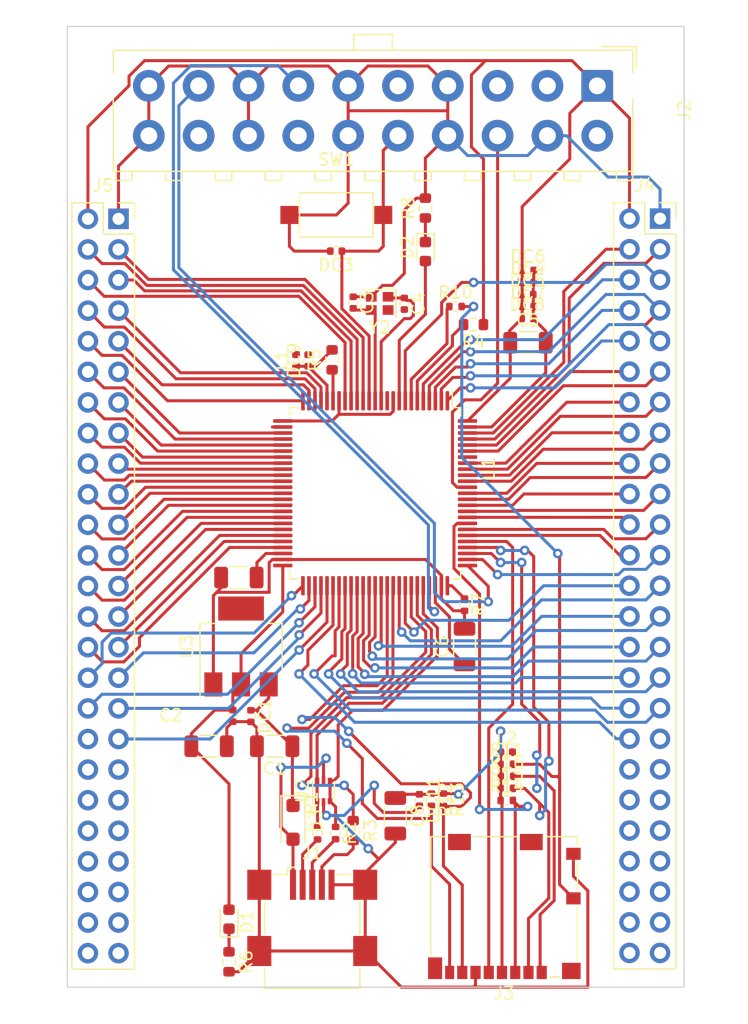
<source format=kicad_pcb>
(kicad_pcb (version 20221018) (generator pcbnew)
  (layers (0 "F.Cu" signal) (31 "B.Cu" signal) (34 "B.Paste" user) (35 "F.Paste" user) (36 "B.SilkS" user "B.Silkscreen") (37 "F.SilkS" user "F.Silkscreen") (38 "B.Mask" user) (39 "F.Mask" user) (44 "Edge.Cuts" user))
  (net 0 "")
  (net 1 "+5V")
  (net 2 "Earth")
  (net 3 "BOOT0")
  (net 4 "/OSC_OUT")
  (net 5 "/OSC_IN")
  (net 6 "Net-(C6-Pad1)")
  (net 7 "Net-(C7-Pad1)")
  (net 8 "Net-(J3-VDD)")
  (net 9 "Net-(D1-K)")
  (net 10 "Net-(D2-K)")
  (net 11 "Net-(D2-A)")
  (net 12 "Net-(D3-A)")
  (net 13 "RESET")
  (net 14 "VDDA")
  (net 15 "Net-(J1-D-)")
  (net 16 "Net-(J1-D+)")
  (net 17 "Net-(J1-ID)")
  (net 21 "PA13")
  (net 22 "PA14")
  (net 24 "PB3")
  (net 27 "Net-(J3-DAT2)")
  (net 28 "Net-(J3-DAT3{slash}CD)")
  (net 29 "PD2")
  (net 30 "Net-(J3-CLK)")
  (net 31 "Net-(J3-DAT0)")
  (net 32 "Net-(J3-DAT1)")
  (net 33 "Net-(J3-DET)")
  (net 34 "Net-(U1-PA11)")
  (net 35 "Net-(U1-PA12)")
  (net 36 "Net-(U1-PA10)")
  (net 37 "Net-(U1-VBAT)")
  (net 38 "VREF+")
  (net 39 "Net-(U1-PC13)")
  (net 40 "PE2")
  (net 41 "PE3")
  (net 42 "PE4")
  (net 43 "PE5")
  (net 44 "PE6")
  (net 45 "PE7")
  (net 46 "PE8")
  (net 47 "PE9")
  (net 48 "PE10")
  (net 49 "PE11")
  (net 50 "PE12")
  (net 51 "PE13")
  (net 52 "PE14")
  (net 53 "PE15")
  (net 54 "PE0")
  (net 55 "PE1")
  (net 56 "PD7")
  (net 57 "PD6")
  (net 58 "PD5")
  (net 59 "PD4")
  (net 60 "PD3")
  (net 61 "PD1")
  (net 62 "PD0")
  (net 63 "PC0")
  (net 64 "PC1")
  (net 79 "PC2")
  (net 80 "PC3")
  (net 96 "PA0")
  (net 97 "PA1")
  (net 98 "PA2")
  (net 99 "PA3")
  (net 100 "PA5")
  (net 101 "PA4")
  (net 102 "PA7")
  (net 103 "PA6")
  (net 104 "PC4")
  (net 105 "PC5")
  (net 106 "PB0")
  (net 107 "PB1")
  (net 108 "PB2")
  (net 109 "PB10")
  (net 110 "PB11")
  (net 111 "PB4")
  (net 112 "PB5")
  (net 113 "PB6")
  (net 114 "PB7")
  (net 115 "PB8")
  (net 116 "PB9")
  (net 117 "PC14")
  (net 118 "PB12")
  (net 119 "PB13")
  (net 120 "PB14")
  (net 121 "PB15")
  (net 122 "PD8")
  (net 123 "PD9")
  (net 124 "PD10")
  (net 125 "PD11")
  (net 126 "PD12")
  (net 127 "PD13")
  (net 128 "PD14")
  (net 129 "PD15")
  (net 130 "PC6")
  (net 131 "PC7")
  (net 132 "PA15")
  (net 133 "PA8")
  (net 134 "PA9")
  (footprint "Capacitor_SMD:C_0402_1005Metric" (layer "F.Cu") (at 99.02 58.5)
    (fp_text reference "DC6")
    (fp_text value "100nF")
  )
  (footprint "Package_TO_SOT_SMD:SOT-223" (layer "F.Cu") (at 75.1825 89.72 90)
    (fp_text reference "U3")
    (fp_text value "TLV1117-33")
  )
  (footprint "Resistor_SMD:R_0603_1608Metric" (layer "F.Cu") (at 94.5 63 180)
    (fp_text reference "R4")
    (fp_text value "1k")
  )
  (footprint "Capacitor_SMD:C_0402_1005Metric" (layer "F.Cu") (at 83.08 56.9 180)
    (fp_text reference "DC3")
    (fp_text value "100nF")
  )
  (footprint "Crystal:Crystal_SMD_2016-4Pin_2.0x1.6mm" (layer "F.Cu") (at 86.7 61.24 180)
    (fp_text reference "Y2")
    (fp_text value "25MHz 9uF")
  )
  (footprint "Resistor_SMD:R_0402_1005Metric" (layer "F.Cu") (at 97.26 101.5)
    (fp_text reference "R15")
    (fp_text value "10k")
  )
  (footprint "Package_QFP:LQFP-100_14x14mm_P0.5mm" (layer "F.Cu") (at 86.325 77 -90)
    (fp_text reference "U1")
    (fp_text value "STM32H750VBTx")
  )
  (footprint "Connector_TE-Connectivity:TE_MATE-N-LOK_1-794070-x_2x10_P4.14mm_Vertical" (layer "F.Cu") (at 104.78 43.18 -90)
    (fp_text reference "J2")
    (fp_text value "Conn_ARM_JTAG_SWD_20")
  )
  (footprint "Resistor_SMD:R_0402_1005Metric" (layer "F.Cu") (at 97.26 102.5)
    (fp_text reference "R14")
    (fp_text value "10k")
  )
  (footprint "Capacitor_SMD:C_0402_1005Metric" (layer "F.Cu") (at 98.98 60.5)
    (fp_text reference "DC5")
    (fp_text value "100nF")
  )
  (footprint "Capacitor_SMD:C_0402_1005Metric" (layer "F.Cu") (at 99.02 59.5)
    (fp_text reference "DC4")
    (fp_text value "100nF")
  )
  (footprint "Resistor_SMD:R_0402_1005Metric" (layer "F.Cu") (at 92 102.44 -90)
    (fp_text reference "R13")
    (fp_text value "10k")
  )
  (footprint "Capacitor_SMD:C_0402_1005Metric" (layer "F.Cu") (at 98.98 62.5)
    (fp_text reference "DC8")
    (fp_text value "100nF")
  )
  (footprint "Resistor_SMD:R_0402_1005Metric" (layer "F.Cu") (at 93.75 86.25 -90)
    (fp_text reference "R7")
    (fp_text value "10k")
  )
  (footprint "Capacitor_SMD:C_1206_3216Metric" (layer "F.Cu") (at 88 103.775 -90)
    (fp_text reference "C8")
    (fp_text value "47uF/3528")
  )
  (footprint "LED_SMD:LED_0603_1608Metric" (layer "F.Cu") (at 90.5 56.9375 -90)
    (fp_text reference "D2")
    (fp_text value "LED")
  )
  (footprint "Resistor_SMD:R_0402_1005Metric" (layer "F.Cu") (at 81.5375 105.23 -90)
    (fp_text reference "R1")
    (fp_text value "22")
  )
  (footprint "Resistor_SMD:R_0402_1005Metric" (layer "F.Cu") (at 83.0375 105.21 -90)
    (fp_text reference "R2")
    (fp_text value "22")
  )
  (footprint "Capacitor_SMD:C_1206_3216Metric" (layer "F.Cu") (at 99.025 64.5)
    (fp_text reference "C5")
    (fp_text value "47uF/3528")
  )
  (footprint "Resistor_SMD:R_0603_1608Metric" (layer "F.Cu") (at 74.1825 115.895 -90)
    (fp_text reference "R6")
    (fp_text value "510")
  )
  (footprint "Capacitor_SMD:C_1206_3216Metric" (layer "F.Cu") (at 93.75 89.725 90)
    (fp_text reference "C6")
    (fp_text value "47uF/3528")
  )
  (footprint "Capacitor_SMD:C_1206_3216Metric" (layer "F.Cu") (at 75 84 180)
    (fp_text reference "C7" hide)
    (fp_text value "47uF/3528")
  )
  (footprint "Capacitor_SMD:C_1206_3216Metric" (layer "F.Cu") (at 77.975 98 180)
    (fp_text reference "C1")
    (fp_text value "47uF/3528")
  )
  (footprint "Capacitor_SMD:C_0402_1005Metric" (layer "F.Cu") (at 88.75 61.27 -90)
    (fp_text reference "C4")
    (fp_text value "8pF")
  )
  (footprint "Capacitor_SMD:C_0402_1005Metric" (layer "F.Cu") (at 80.75 65.98 90)
    (fp_text reference "DC9")
    (fp_text value "100nF")
  )
  (footprint "Connector_Card:microSD_HC_Molex_104031-0811" (layer "F.Cu") (at 97.06 111.33 180)
    (fp_text reference "J3")
    (fp_text value "Micro_SD_Card_Det1")
  )
  (footprint "Diode_SMD:D_SOD-123F" (layer "F.Cu") (at 79.5 104.32 -90)
    (fp_text reference "D3")
    (fp_text value "SS34")
  )
  (footprint "Capacitor_SMD:C_0402_1005Metric" (layer "F.Cu") (at 99.02 61.5)
    (fp_text reference "DC7")
    (fp_text value "100nF")
  )
  (footprint "Resistor_SMD:R_0402_1005Metric" (layer "F.Cu") (at 97.28 100.5)
    (fp_text reference "R16")
    (fp_text value "10k")
  )
  (footprint "Resistor_SMD:R_0402_1005Metric" (layer "F.Cu") (at 91 102.44 -90)
    (fp_text reference "R12")
    (fp_text value "10k")
  )
  (footprint "Resistor_SMD:R_0603_1608Metric" (layer "F.Cu") (at 82.75 65.925 90)
    (fp_text reference "R5")
    (fp_text value "1k")
  )
  (footprint "Resistor_SMD:R_0603_1608Metric" (layer "F.Cu") (at 90.5 53.325 90)
    (fp_text reference "R8")
    (fp_text value "510")
  )
  (footprint "Resistor_SMD:R_0603_1608Metric" (layer "F.Cu") (at 84.5 105 -90)
    (fp_text reference "R3")
    (fp_text value "1k")
  )
  (footprint "Inductor_SMD:L_0402_1005Metric" (layer "F.Cu") (at 79.75 65.975 90)
    (fp_text reference "L1")
    (fp_text value "1KB")
  )
  (footprint "Button_Switch_SMD:SW_SPST_CK_RS282G05A3" (layer "F.Cu") (at 83.1 53.9)
    (fp_text reference "SW1")
    (fp_text value "SW_RESET")
  )
  (footprint "Package_TO_SOT_SMD:SOT-666" (layer "F.Cu") (at 82.0375 101.72 90)
    (fp_text reference "U2")
    (fp_text value "USBLC6-2P6")
  )
  (footprint "Connector_USB:USB_Mini-B_Wuerth_65100516121_Horizontal" (layer "F.Cu") (at 81.1 112.1)
    (fp_text reference "J1")
    (fp_text value "USB_B_Mini")
  )
  (footprint "Resistor_SMD:R_0402_1005Metric" (layer "F.Cu") (at 93 61.5)
    (fp_text reference "R10")
    (fp_text value "10k")
  )
  (footprint "Connector_PinSocket_2.54mm:PinSocket_2x25_P2.54mm_Vertical" (layer "F.Cu") (at 110 54.2)
    (fp_text reference "J4")
    (fp_text value "Conn_02x25_Odd_Even")
  )
  (footprint "Connector_PinSocket_2.54mm:PinSocket_2x25_P2.54mm_Vertical" (layer "F.Cu") (at 65 54.22)
    (fp_text reference "J5")
    (fp_text value "Conn_02x25_Odd_Even")
  )
  (footprint "Capacitor_SMD:C_0402_1005Metric" (layer "F.Cu") (at 90 102.47 -90)
    (fp_text reference "DC11")
    (fp_text value "100nF")
  )
  (footprint "Capacitor_SMD:C_0402_1005Metric" (layer "F.Cu") (at 76 95.5 -90)
    (fp_text reference "DC1")
    (fp_text value "100nF")
  )
  (footprint "Capacitor_SMD:C_0402_1005Metric" (layer "F.Cu") (at 74.5 95.48 -90)
    (fp_text reference "DC2" hide)
    (fp_text value "100nF")
  )
  (footprint "LED_SMD:LED_0603_1608Metric" (layer "F.Cu") (at 74.1825 112.3575 90)
    (fp_text reference "D1")
    (fp_text value "LED")
  )
  (footprint "Capacitor_SMD:C_1206_3216Metric" (layer "F.Cu") (at 72.525 98)
    (fp_text reference "C2")
    (fp_text value "47uF/3528")
  )
  (footprint "Resistor_SMD:R_0402_1005Metric" (layer "F.Cu") (at 97.26 99.5)
    (fp_text reference "R11")
    (fp_text value "10k")
  )
  (footprint "Capacitor_SMD:C_0402_1005Metric" (layer "F.Cu") (at 84.5 61.17 -90)
    (fp_text reference "C3")
    (fp_text value "8pF")
  )
  (footprint "Inductor_SMD:L_0402_1005Metric" (layer "F.Cu") (at 97.25 98.5)
    (fp_text reference "L2")
    (fp_text value "1KB")
  )
  (gr_rect (start 60.75 38.25) (end 112 118) (stroke (width 0.1)) (fill none) (layer "Edge.Cuts"))
  (segment (start 79.45 98) (end 79.45 102.87) (width 0.25) (layer "F.Cu") (net 1))
  (segment (start 79.45 102.87) (end 79.5 102.92) (width 0.25) (layer "F.Cu") (net 1))
  (segment (start 76 95.02) (end 76.02 95) (width 0.25) (layer "F.Cu") (net 1))
  (segment (start 79.5 97.5) (end 79.5 98) (width 0.25) (layer "F.Cu") (net 1))
  (segment (start 76.5 95.05) (end 76.5 95) (width 0.25) (layer "F.Cu") (net 1))
  (segment (start 77.4825 94.0175) (end 77.4825 92.87) (width 0.25) (layer "F.Cu") (net 1))
  (segment (start 76.5 95) (end 77.4825 94.0175) (width 0.25) (layer "F.Cu") (net 1))
  (segment (start 79.45 98) (end 76.5 95.05) (width 0.25) (layer "F.Cu") (net 1))
  (segment (start 76.02 95) (end 76.5 95) (width 0.25) (layer "F.Cu") (net 1))
  (segment (start 90 102.95) (end 89.45 103.5) (width 0.25) (layer "F.Cu") (net 2))
  (segment (start 72.94125 85.44125) (end 72.8825 85.5) (width 0.25) (layer "F.Cu") (net 2))
  (segment (start 86 60.69) (end 86.94 59.75) (width 0.25) (layer "F.Cu") (net 2))
  (segment (start 91.825 83.809315) (end 91.825 84.675) (width 0.25) (layer "F.Cu") (net 2))
  (segment (start 65 49.84) (end 67.52 47.32) (width 0.25) (layer "F.Cu") (net 2))
  (segment (start 100.5 67) (end 100.5 64.5) (width 0.25) (layer "F.Cu") (net 2))
  (segment (start 88.75 58.75) (end 88.75 53.5) (width 0.25) (layer "F.Cu") (net 2))
  (segment (start 72.8825 92.87) (end 72.8825 85.75) (width 0.25) (layer "F.Cu") (net 2))
  (segment (start 104 110) (end 102.8 108.8) (width 0.25) (layer "F.Cu") (net 2))
  (segment (start 75.98 95.96) (end 76 95.98) (width 0.25) (layer "F.Cu") (net 2))
  (segment (start 88.5 118) (end 94.5 118) (width 0.25) (layer "F.Cu") (net 2))
  (segment (start 69.165 41.535) (end 74.155 41.535) (width 0.25) (layer "F.Cu") (net 2))
  (segment (start 75.8 43.18) (end 77.445 41.535) (width 0.25) (layer "F.Cu") (net 2))
  (segment (start 86.625 107.375) (end 88 106) (width 0.25) (layer "F.Cu") (net 2))
  (segment (start 86.25 102.75) (end 86.25 101.25) (width 0.25) (layer "F.Cu") (net 2))
  (segment (start 85.5 108.5) (end 86.625 107.375) (width 0.25) (layer "F.Cu") (net 2))
  (segment (start 93.75 88.25) (end 93.75 86.76) (width 0.25) (layer "F.Cu") (net 2))
  (segment (start 82.0375 102.645) (end 82.0375 103.5375) (width 0.25) (layer "F.Cu") (net 2))
  (segment (start 104 118) (end 104 110) (width 0.25) (layer "F.Cu") (net 2))
  (segment (start 90.5 49.18) (end 90.84 48.84) (width 0.25) (layer "F.Cu") (net 2))
  (segment (start 86.94 59.75) (end 87.75 59.75) (width 0.25) (layer "F.Cu") (net 2))
  (segment (start 76.5 96.48) (end 76 95.98) (width 0.25) (layer "F.Cu") (net 2))
  (segment (start 84.08 45) (end 84.08 45.25) (width 0.25) (layer "F.Cu") (net 2))
  (segment (start 92.36 45) (end 92.36 43.18) (width 0.25) (layer "F.Cu") (net 2))
  (segment (start 82.75 71) (end 83.325 70.425) (width 0.25) (layer "F.Cu") (net 2))
  (segment (start 88 106) (end 88 105.25) (width 0.25) (layer "F.Cu") (net 2))
  (segment (start 94.5 118) (end 104 118) (width 0.25) (layer "F.Cu") (net 2))
  (segment (start 99.46 62.5) (end 99.46 59.54) (width 0.25) (layer "F.Cu") (net 2))
  (segment (start 89.45 103.5) (end 87 103.5) (width 0.25) (layer "F.Cu") (net 2))
  (segment (start 90.515685 82.5) (end 91.825 83.809315) (width 0.25) (layer "F.Cu") (net 2))
  (segment (start 85.75 106.5) (end 86.625 107.375) (width 0.25) (layer "F.Cu") (net 2))
  (segment (start 90.84 48.84) (end 92.36 47.32) (width 0.25) (layer "F.Cu") (net 2))
  (segment (start 87.565685 70.45) (end 87.825 70.190685) (width 0.25) (layer "F.Cu") (net 2))
  (segment (start 102.8 108.8) (end 102.8 106.93) (width 0.25) (layer "F.Cu") (net 2))
  (segment (start 77.445 41.535) (end 82.435 41.535) (width 0.25) (layer "F.Cu") (net 2))
  (segment (start 74.1825 116.72) (end 74.98 116.72) (width 0.25) (layer "F.Cu") (net 2))
  (segment (start 82.25 103.75) (end 82.262 103.75) (width 0.25) (layer "F.Cu") (net 2))
  (segment (start 94.5 118) (end 94.665 117.835) (width 0.25) (layer "F.Cu") (net 2))
  (segment (start 76.7 109.5) (end 76.7 115) (width 0.25) (layer "F.Cu") (net 2))
  (segment (start 67.52 43.18) (end 69.165 41.535) (width 0.25) (layer "F.Cu") (net 2))
  (segment (start 79.2 56.5) (end 79.2 53.9) (width 0.25) (layer "F.Cu") (net 2))
  (segment (start 93.75 86.76) (end 92.835 86.76) (width 0.25) (layer "F.Cu") (net 2))
  (segment (start 87.75 59.75) (end 88.75 58.75) (width 0.25) (layer "F.Cu") (net 2))
  (segment (start 92.835 86.76) (end 91.825 85.75) (width 0.25) (layer "F.Cu") (net 2))
  (segment (start 77.517158 85.217158) (end 77.525 85.225) (width 0.25) (layer "F.Cu") (net 2))
  (segment (start 77.525 85.225) (end 73.1575 85.225) (width 0.25) (layer "F.Cu") (net 2))
  (segment (start 85.725 41.535) (end 90.715 41.535) (width 0.25) (layer "F.Cu") (net 2))
  (segment (start 83.325 70.425) (end 83.35 70.45) (width 0.25) (layer "F.Cu") (net 2))
  (segment (start 82.6 56.9) (end 79.6 56.9) (width 0.25) (layer "F.Cu") (net 2))
  (segment (start 76.7 98.2) (end 76.7 109.5) (width 0.25) (layer "F.Cu") (net 2))
  (segment (start 77.784315 82.5) (end 77.517158 82.767158) (width 0.25) (layer "F.Cu") (net 2))
  (segment (start 85.5 109.5) (end 82.7 109.5) (width 0.25) (layer "F.Cu") (net 2))
  (segment (start 72.94125 85.44125) (end 73.525 84.8575) (width 0.25) (layer "F.Cu") (net 2))
  (segment (start 74.1325 97.72) (end 74.1825 97.72) (width 0.25) (layer "F.Cu") (net 2))
  (segment (start 74 98) (end 74 96.46) (width 0.25) (layer "F.Cu") (net 2))
  (segment (start 79.6 56.9) (end 79.2 56.5) (width 0.25) (layer "F.Cu") (net 2))
  (segment (start 88.75 53.5) (end 89.75 52.5) (width 0.25) (layer "F.Cu") (net 2))
  (segment (start 99.46 62.5) (end 99.48 62.52) (width 0.25) (layer "F.Cu") (net 2))
  (segment (start 89.75 52.5) (end 90.5 52.5) (width 0.25) (layer "F.Cu") (net 2))
  (segment (start 75.8 43.18) (end 75.8 47.32) (width 0.25) (layer "F.Cu") (net 2))
  (segment (start 96 71.5) (end 100.5 67) (width 0.25) (layer "F.Cu") (net 2))
  (segment (start 74 96.46) (end 74.5 95.96) (width 0.25) (layer "F.Cu") (net 2))
  (segment (start 65 54.22) (end 65 49.84) (width 0.25) (layer "F.Cu") (net 2))
  (segment (start 100.5 64.5) (end 100.5 63.54) (width 0.25) (layer "F.Cu") (net 2))
  (segment (start 85.5 109.5) (end 85.5 115) (width 0.25) (layer "F.Cu") (net 2))
  (segment (start 76.7 115) (end 85.5 115) (width 0.25) (layer "F.Cu") (net 2))
  (segment (start 94 71.5) (end 96 71.5) (width 0.25) (layer "F.Cu") (net 2))
  (segment (start 78.65 82.5) (end 77.784315 82.5) (width 0.25) (layer "F.Cu") (net 2))
  (segment (start 73.525 84.8575) (end 73.525 84) (width 0.25) (layer "F.Cu") (net 2))
  (segment (start 90.5 52.5) (end 90.5 49.18) (width 0.25) (layer "F.Cu") (net 2))
  (segment (start 84.5 60.69) (end 86 60.69) (width 0.25) (layer "F.Cu") (net 2))
  (segment (start 99.5 58.5) (end 99.5 59.5) (width 0.25) (layer "F.Cu") (net 2))
  (segment (start 84.08 45.25) (end 84.08 47.32) (width 0.25) (layer "F.Cu") (net 2))
  (segment (start 84.08 52.92) (end 84.08 47.32) (width 0.25) (layer "F.Cu") (net 2))
  (segment (start 79.2 53.9) (end 83.1 53.9) (width 0.25) (layer "F.Cu") (net 2))
  (segment (start 77.517158 82.767158) (end 77.517158 85.217158) (width 0.25) (layer "F.Cu") (net 2))
  (segment (start 87 103.5) (end 86.25 102.75) (width 0.25) (layer "F.Cu") (net 2))
  (segment (start 85.5 115) (end 88.5 118) (width 0.25) (layer "F.Cu") (net 2))
  (segment (start 67.52 47.32) (end 67.52 43.18) (width 0.25) (layer "F.Cu") (net 2))
  (segment (start 82.0375 103.5375) (end 82.25 103.75) (width 0.25) (layer "F.Cu") (net 2))
  (segment (start 94.665 117.835) (end 94.665 116.78) (width 0.25) (layer "F.Cu") (net 2))
  (segment (start 100.5 63.54) (end 99.46 62.5) (width 0.25) (layer "F.Cu") (net 2))
  (segment (start 74.98 116.72) (end 76.7 115) (width 0.25) (layer "F.Cu") (net 2))
  (segment (start 74.5 95.96) (end 75.98 95.96) (width 0.25) (layer "F.Cu") (net 2))
  (segment (start 99.46 59.54) (end 99.5 59.5) (width 0.25) (layer "F.Cu") (net 2))
  (segment (start 92.36 45.25) (end 92.36 45) (width 0.25) (layer "F.Cu") (net 2))
  (segment (start 78.65 71) (end 82.75 71) (width 0.25) (layer "F.Cu") (net 2))
  (segment (start 78.65 82.5) (end 90.515685 82.5) (width 0.25) (layer "F.Cu") (net 2))
  (segment (start 84.08 45.25) (end 92.36 45.25) (width 0.25) (layer "F.Cu") (net 2))
  (segment (start 83.1 53.9) (end 84.08 52.92) (width 0.25) (layer "F.Cu") (net 2))
  (segment (start 92.36 47.32) (end 92.36 45.25) (width 0.25) (layer "F.Cu") (net 2))
  (segment (start 83.325 70.425) (end 83.325 69.325) (width 0.25) (layer "F.Cu") (net 2))
  (segment (start 73.1575 85.225) (end 72.94125 85.44125) (width 0.25) (layer "F.Cu") (net 2))
  (segment (start 84.08 43.18) (end 84.08 45) (width 0.25) (layer "F.Cu") (net 2))
  (segment (start 82.435 41.535) (end 84.08 43.18) (width 0.25) (layer "F.Cu") (net 2))
  (segment (start 85.5 109.5) (end 85.5 108.5) (width 0.25) (layer "F.Cu") (net 2))
  (segment (start 74.155 41.535) (end 75.8 43.18) (width 0.25) (layer "F.Cu") (net 2))
  (segment (start 87.825 70.190685) (end 87.825 69.325) (width 0.25) (layer "F.Cu") (net 2))
  (segment (start 76.5 98) (end 76.7 98.2) (width 0.25) (layer "F.Cu") (net 2))
  (segment (start 72.8825 85.5) (end 72.8825 85.75) (width 0.25) (layer "F.Cu") (net 2))
  (segment (start 76.5 98) (end 76.5 96.48) (width 0.25) (layer "F.Cu") (net 2))
  (segment (start 91.825 85.75) (end 91.825 84.675) (width 0.25) (layer "F.Cu") (net 2))
  (segment (start 83.35 70.45) (end 87.565685 70.45) (width 0.25) (layer "F.Cu") (net 2))
  (segment (start 90.715 41.535) (end 92.36 43.18) (width 0.25) (layer "F.Cu") (net 2))
  (segment (start 84.08 43.18) (end 85.725 41.535) (width 0.25) (layer "F.Cu") (net 2))
  (via (at 86.25 101.25) (size 0.8) (drill 0.4) (layers "F.Cu" "B.Cu") (net 2))
  (via (at 85.75 106.5) (size 0.8) (drill 0.4) (layers "F.Cu" "B.Cu") (net 2))
  (via (at 82.262 103.75) (size 0.8) (drill 0.4) (layers "F.Cu" "B.Cu") (net 2))
  (segment (start 82.262 103.75) (end 83 103.75) (width 0.25) (layer "B.Cu") (net 2))
  (segment (start 92.36 47.32) (end 94.005 48.965) (width 0.25) (layer "B.Cu") (net 2))
  (segment (start 100.64 47.32) (end 102.241701 47.32) (width 0.25) (layer "B.Cu") (net 2))
  (segment (start 86.25 101.25) (end 83.75 103.75) (width 0.25) (layer "B.Cu") (net 2))
  (segment (start 105.671701 50.75) (end 109 50.75) (width 0.25) (layer "B.Cu") (net 2))
  (segment (start 98.995 48.965) (end 100.64 47.32) (width 0.25) (layer "B.Cu") (net 2))
  (segment (start 94.005 48.965) (end 98.995 48.965) (width 0.25) (layer "B.Cu") (net 2))
  (segment (start 110 51.75) (end 110 54.2) (width 0.25) (layer "B.Cu") (net 2))
  (segment (start 83.75 103.75) (end 82.262 103.75) (width 0.25) (layer "B.Cu") (net 2))
  (segment (start 109 50.75) (end 110 51.75) (width 0.25) (layer "B.Cu") (net 2))
  (segment (start 83 103.75) (end 85.75 106.5) (width 0.25) (layer "B.Cu") (net 2))
  (segment (start 102.241701 47.32) (end 105.671701 50.75) (width 0.25) (layer "B.Cu") (net 2))
  (segment (start 102.5 49.25) (end 102.5 45.46) (width 0.25) (layer "F.Cu") (net 3))
  (segment (start 74.5 93.5525) (end 75.1825 92.87) (width 0.25) (layer "F.Cu") (net 3))
  (segment (start 98.54 58.5) (end 98.54 59.5) (width 0.25) (layer "F.Cu") (net 3))
  (segment (start 71.05 96.95) (end 71.05 98) (width 0.25) (layer "F.Cu") (net 3))
  (segment (start 96 69) (end 97.55 67.45) (width 0.25) (layer "F.Cu") (net 3))
  (segment (start 62.46 54.22) (end 62.46 46.57893) (width 0.25) (layer "F.Cu") (net 3))
  (segment (start 65.875 42.375) (end 67.165 41.085) (width 0.25) (layer "F.Cu") (net 3))
  (segment (start 73 95) (end 71.05 96.95) (width 0.25) (layer "F.Cu") (net 3))
  (segment (start 62.46 46.57893) (end 65.875 43.16393) (width 0.25) (layer "F.Cu") (net 3))
  (segment (start 94 71) (end 96 69) (width 0.25) (layer "F.Cu") (net 3))
  (segment (start 94.325 42.26) (end 95.5 41.085) (width 0.25) (layer "F.Cu") (net 3))
  (segment (start 102.685 41.085) (end 104.78 43.18) (width 0.25) (layer "F.Cu") (net 3))
  (segment (start 95.325 63) (end 95.325 49.25) (width 0.25) (layer "F.Cu") (net 3))
  (segment (start 96 69) (end 96.5 68.5) (width 0.25) (layer "F.Cu") (net 3))
  (segment (start 97.5 63.5) (end 97.5 64.45) (width 0.25) (layer "F.Cu") (net 3))
  (segment (start 98.54 53.21) (end 102.5 49.25) (width 0.25) (layer "F.Cu") (net 3))
  (segment (start 98.29 59.25) (end 98.54 59.5) (width 0.25) (layer "F.Cu") (net 3))
  (segment (start 74.1325 111.52) (end 74.1825 111.57) (width 0.25) (layer "F.Cu") (net 3))
  (segment (start 94.325 48.25) (end 94.325 42.26) (width 0.25) (layer "F.Cu") (net 3))
  (segment (start 75.1825 90.3175) (end 75.1825 92.87) (width 0.25) (layer "F.Cu") (net 3))
  (segment (start 95.325 49.25) (end 94.325 48.25) (width 0.25) (layer "F.Cu") (net 3))
  (segment (start 98.54 58.5) (end 98.54 53.21) (width 0.25) (layer "F.Cu") (net 3))
  (segment (start 98.5 62.5) (end 97.5 63.5) (width 0.25) (layer "F.Cu") (net 3))
  (segment (start 98.54 62.46) (end 98.5 62.5) (width 0.25) (layer "F.Cu") (net 3))
  (segment (start 67.165 41.085) (end 94.25 41.085) (width 0.25) (layer "F.Cu") (net 3))
  (segment (start 65.875 43.16393) (end 65.875 42.375) (width 0.25) (layer "F.Cu") (net 3))
  (segment (start 74.5 95) (end 73 95) (width 0.25) (layer "F.Cu") (net 3))
  (segment (start 78.65 83) (end 78.65 86.85) (width 0.25) (layer "F.Cu") (net 3))
  (segment (start 74.1825 101.1325) (end 71.05 98) (width 0.25) (layer "F.Cu") (net 3))
  (segment (start 74.5 95) (end 74.5 93.5525) (width 0.25) (layer "F.Cu") (net 3))
  (segment (start 92.685 84.675) (end 93.75 85.74) (width 0.25) (layer "F.Cu") (net 3))
  (segment (start 92.325 84.675) (end 92.685 84.675) (width 0.25) (layer "F.Cu") (net 3))
  (segment (start 95.5 41.085) (end 102.685 41.085) (width 0.25) (layer "F.Cu") (net 3))
  (segment (start 94.25 41.085) (end 95.5 41.085) (width 0.25) (layer "F.Cu") (net 3))
  (segment (start 102.5 45.46) (end 104.78 43.18) (width 0.25) (layer "F.Cu") (net 3))
  (segment (start 78.65 71.5) (end 77.784315 71.5) (width 0.25) (layer "F.Cu") (net 3))
  (segment (start 107.46 45.86) (end 104.78 43.18) (width 0.25) (layer "F.Cu") (net 3))
  (segment (start 78.65 86.85) (end 75.1825 90.3175) (width 0.25) (layer "F.Cu") (net 3))
  (segment (start 74.1825 111.57) (end 74.1825 101.1325) (width 0.25) (layer "F.Cu") (net 3))
  (segment (start 98.54 59.5) (end 98.54 62.46) (width 0.25) (layer "F.Cu") (net 3))
  (segment (start 97.55 67.45) (end 97.55 64.5) (width 0.25) (layer "F.Cu") (net 3))
  (segment (start 107.46 54.2) (end 107.46 45.86) (width 0.25) (layer "F.Cu") (net 3))
  (segment (start 97.5 64.45) (end 97.55 64.5) (width 0.25) (layer "F.Cu") (net 3))
  (segment (start 78.65 71.5) (end 79 71.5) (width 0.25) (layer "F.Cu") (net 3))
  (segment (start 86 61.79) (end 84.64 61.79) (width 0.25) (layer "F.Cu") (net 4))
  (segment (start 84.64 61.79) (end 84.5 61.65) (width 0.25) (layer "F.Cu") (net 4))
  (segment (start 86.325 62.115) (end 86 61.79) (width 0.25) (layer "F.Cu") (net 4))
  (segment (start 86.325 69.325) (end 86.325 62.115) (width 0.25) (layer "F.Cu") (net 4))
  (segment (start 89.5 62.25) (end 89.5 61.25) (width 0.25) (layer "F.Cu") (net 5))
  (segment (start 86.825 69.325) (end 86.825 64.425) (width 0.25) (layer "F.Cu") (net 5))
  (segment (start 88.75 60.79) (end 87.5 60.79) (width 0.25) (layer "F.Cu") (net 5))
  (segment (start 88.96 61) (end 88.75 60.79) (width 0.25) (layer "F.Cu") (net 5))
  (segment (start 87.5 60.79) (end 87.4 60.69) (width 0.25) (layer "F.Cu") (net 5))
  (segment (start 88.75 62.5) (end 89.25 62.5) (width 0.25) (layer "F.Cu") (net 5))
  (segment (start 86.825 64.425) (end 88.75 62.5) (width 0.25) (layer "F.Cu") (net 5))
  (segment (start 89.25 61) (end 88.96 61) (width 0.25) (layer "F.Cu") (net 5))
  (segment (start 89.25 62.5) (end 89.5 62.25) (width 0.25) (layer "F.Cu") (net 5))
  (segment (start 89.5 61.25) (end 89.25 61) (width 0.25) (layer "F.Cu") (net 5))
  (segment (start 92.5 89.95) (end 93.75 91.2) (width 0.25) (layer "F.Cu") (net 6))
  (segment (start 91.325 86.075) (end 92.5 87.25) (width 0.25) (layer "F.Cu") (net 6))
  (segment (start 92.5 87.25) (end 92.5 89.95) (width 0.25) (layer "F.Cu") (net 6))
  (segment (start 91.325 85.75) (end 91.325 86.075) (width 0.25) (layer "F.Cu") (net 6))
  (segment (start 91.325 84.675) (end 91.325 85.75) (width 0.25) (layer "F.Cu") (net 6))
  (segment (start 76.5 83.75) (end 76.5 82.75) (width 0.25) (layer "F.Cu") (net 7))
  (segment (start 76.475 84) (end 76.475 83.775) (width 0.25) (layer "F.Cu") (net 7))
  (segment (start 76.5 82.75) (end 77.25 82) (width 0.25) (layer "F.Cu") (net 7))
  (segment (start 77.25 82) (end 78.65 82) (width 0.25) (layer "F.Cu") (net 7))
  (segment (start 76.475 83.775) (end 76.5 83.75) (width 0.25) (layer "F.Cu") (net 7))
  (segment (start 96.75 102.5) (end 96.75 98.515) (width 0.25) (layer "F.Cu") (net 8))
  (segment (start 96.72 99.47) (end 96.75 99.5) (width 0.25) (layer "F.Cu") (net 8))
  (segment (start 91.94 101.99) (end 92 101.93) (width 0.25) (layer "F.Cu") (net 8))
  (segment (start 90 101.99) (end 88.31 101.99) (width 0.25) (layer "F.Cu") (net 8))
  (segment (start 96.75 96.75) (end 96.75 98.485) (width 0.25) (layer "F.Cu") (net 8))
  (segment (start 96.77 99.52) (end 96.75 99.5) (width 0.25) (layer "F.Cu") (net 8))
  (segment (start 96.75 100.48) (end 96.77 100.5) (width 0.25) (layer "F.Cu") (net 8))
  (segment (start 96.75 102.5) (end 96.75 99.5) (width 0.25) (layer "F.Cu") (net 8))
  (segment (start 93.18 101.93) (end 92 101.93) (width 0.25) (layer "F.Cu") (net 8))
  (segment (start 96.75 99.5) (end 96.75 100.48) (width 0.25) (layer "F.Cu") (net 8))
  (segment (start 90 101.99) (end 91.94 101.99) (width 0.25) (layer "F.Cu") (net 8))
  (segment (start 96.75 98.485) (end 96.765 98.5) (width 0.25) (layer "F.Cu") (net 8))
  (segment (start 93.25 102) (end 93.18 101.93) (width 0.25) (layer "F.Cu") (net 8))
  (segment (start 88.2 102.3) (end 88.5 102) (width 0.25) (layer "F.Cu") (net 8))
  (segment (start 88.2 102.3) (end 88 102.3) (width 0.25) (layer "F.Cu") (net 8))
  (segment (start 96.75 98.515) (end 96.765 98.5) (width 0.25) (layer "F.Cu") (net 8))
  (segment (start 96.865 116.78) (end 96.865 102.585) (width 0.25) (layer "F.Cu") (net 8))
  (segment (start 88.31 101.99) (end 88 102.3) (width 0.25) (layer "F.Cu") (net 8))
  (via (at 93.25 102) (size 0.8) (drill 0.4) (layers "F.Cu" "B.Cu") (net 8))
  (via (at 96.75 96.75) (size 0.8) (drill 0.4) (layers "F.Cu" "B.Cu") (net 8))
  (segment (start 96.75 98.5) (end 96.75 96.75) (width 0.25) (layer "B.Cu") (net 8))
  (segment (start 93.25 102) (end 96.75 98.5) (width 0.25) (layer "B.Cu") (net 8))
  (segment (start 74.1825 113.145) (end 74.1825 115.07) (width 0.25) (layer "F.Cu") (net 9))
  (segment (start 90.5 56.15) (end 90.5 54.15) (width 0.25) (layer "F.Cu") (net 10))
  (segment (start 88.325 69.325) (end 88.325 64.311396) (width 0.25) (layer "F.Cu") (net 11))
  (segment (start 90.5 62.136396) (end 90.5 57.725) (width 0.25) (layer "F.Cu") (net 11))
  (segment (start 88.325 64.311396) (end 90.5 62.136396) (width 0.25) (layer "F.Cu") (net 11))
  (segment (start 82.0375 100.795) (end 82.0375 99.75) (width 0.25) (layer "F.Cu") (net 12))
  (segment (start 82.0375 99.5375) (end 82 99.5) (width 0.25) (layer "F.Cu") (net 12))
  (segment (start 78.5 99.75) (end 78.5 104.72) (width 0.25) (layer "F.Cu") (net 12))
  (segment (start 79.5 105.72) (end 79.5 109.5) (width 0.25) (layer "F.Cu") (net 12))
  (segment (start 82.0375 99.75) (end 82.0375 99.2125) (width 0.25) (layer "F.Cu") (net 12))
  (segment (start 82.0375 99.2125) (end 82.25 99) (width 0.25) (layer "F.Cu") (net 12))
  (segment (start 78.5 104.72) (end 79.5 105.72) (width 0.25) (layer "F.Cu") (net 12))
  (segment (start 82.0375 99.75) (end 82.0375 99.5375) (width 0.25) (layer "F.Cu") (net 12))
  (via (at 82.25 99) (size 0.8) (drill 0.4) (layers "F.Cu" "B.Cu") (net 12))
  (via (at 78.5 99.75) (size 0.8) (drill 0.4) (layers "F.Cu" "B.Cu") (net 12))
  (segment (start 78.5 99.75) (end 81.5 99.75) (width 0.25) (layer "B.Cu") (net 12))
  (segment (start 81.5 99.75) (end 82.25 99) (width 0.25) (layer "B.Cu") (net 12))
  (segment (start 85.25 56.9) (end 83.56 56.9) (width 0.25) (layer "F.Cu") (net 13))
  (segment (start 87 53.9) (end 87 48.54) (width 0.25) (layer "F.Cu") (net 13))
  (segment (start 85.825 63.94261) (end 85.825 69.325) (width 0.25) (layer "F.Cu") (net 13))
  (segment (start 86.6 56.9) (end 85.25 56.9) (width 0.25) (layer "F.Cu") (net 13))
  (segment (start 83.56 56.9) (end 83.56 61.677609) (width 0.25) (layer "F.Cu") (net 13))
  (segment (start 87 48.54) (end 88.22 47.32) (width 0.25) (layer "F.Cu") (net 13))
  (segment (start 87 56.5) (end 86.6 56.9) (width 0.25) (layer "F.Cu") (net 13))
  (segment (start 83.56 61.677609) (end 85.825 63.94261) (width 0.25) (layer "F.Cu") (net 13))
  (segment (start 87 53.9) (end 87 56.5) (width 0.25) (layer "F.Cu") (net 13))
  (segment (start 80.75 66.46) (end 81.39 66.46) (width 0.25) (layer "F.Cu") (net 14))
  (segment (start 79.75 66.46) (end 80.75 66.46) (width 0.25) (layer "F.Cu") (net 14))
  (segment (start 80.75 66.46) (end 82.325 68.035) (width 0.25) (layer "F.Cu") (net 14))
  (segment (start 82.325 68.035) (end 82.325 69.325) (width 0.25) (layer "F.Cu") (net 14))
  (segment (start 81.39 66.46) (end 82.75 65.1) (width 0.25) (layer "F.Cu") (net 14))
  (segment (start 80.3 109.5) (end 80.3 106.9775) (width 0.25) (layer "F.Cu") (net 15))
  (segment (start 80.3 106.9775) (end 81.5375 105.74) (width 0.25) (layer "F.Cu") (net 15))
  (segment (start 81.1 109.5) (end 81.1 107.6575) (width 0.25) (layer "F.Cu") (net 16))
  (segment (start 83.1175 105.8) (end 83.0375 105.72) (width 0.25) (layer "F.Cu") (net 16))
  (segment (start 81.1 107.6575) (end 83.0375 105.72) (width 0.25) (layer "F.Cu") (net 16))
  (segment (start 84.5 106.5) (end 84.5 105.825) (width 0.25) (layer "F.Cu") (net 17))
  (segment (start 81.9 109.5) (end 81.9 108) (width 0.25) (layer "F.Cu") (net 17))
  (segment (start 81.9 108) (end 82.9 107) (width 0.25) (layer "F.Cu") (net 17))
  (segment (start 82.9 107) (end 84 107) (width 0.25) (layer "F.Cu") (net 17))
  (segment (start 84 107) (end 84.5 106.5) (width 0.25) (layer "F.Cu") (net 17))
  (segment (start 90.825 86.399354) (end 90.825 85.75) (width 0.25) (layer "F.Cu") (net 21))
  (segment (start 91.25 86.824354) (end 90.825 86.399354) (width 0.25) (layer "F.Cu") (net 21))
  (segment (start 90.825 85.75) (end 90.825 84.675) (width 0.25) (layer "F.Cu") (net 21))
  (via (at 91.25 86.824354) (size 0.8) (drill 0.4) (layers "F.Cu" "B.Cu") (net 21))
  (segment (start 90.75 86.5) (end 90.75 79.636396) (width 0.25) (layer "B.Cu") (net 21))
  (segment (start 69.565 42.948618) (end 71.013618 41.5) (width 0.25) (layer "B.Cu") (net 21))
  (segment (start 91.049755 86.824354) (end 90.75 86.524599) (width 0.25) (layer "B.Cu") (net 21))
  (segment (start 69.565 58.451396) (end 69.565 42.948618) (width 0.25) (layer "B.Cu") (net 21))
  (segment (start 90.75 86.524599) (end 90.75 86.5) (width 0.25) (layer "B.Cu") (net 21))
  (segment (start 71.013618 41.5) (end 78.26 41.5) (width 0.25) (layer "B.Cu") (net 21))
  (segment (start 91.074354 86.824354) (end 90.75 86.5) (width 0.25) (layer "B.Cu") (net 21))
  (segment (start 90.75 79.636396) (end 69.565 58.451396) (width 0.25) (layer "B.Cu") (net 21))
  (segment (start 78.26 41.5) (end 79.94 43.18) (width 0.25) (layer "B.Cu") (net 21))
  (segment (start 91.25 86.824354) (end 91.074354 86.824354) (width 0.25) (layer "B.Cu") (net 21))
  (segment (start 95.7245 86) (end 95.7245 84.7245) (width 0.25) (layer "F.Cu") (net 22))
  (segment (start 95.7245 84.7245) (end 94 83) (width 0.25) (layer "F.Cu") (net 22))
  (via (at 95.7245 86) (size 0.8) (drill 0.4) (layers "F.Cu" "B.Cu") (net 22))
  (segment (start 91.25 85.25) (end 92 86) (width 0.25) (layer "B.Cu") (net 22))
  (segment (start 70.015 44.825) (end 70.015 58.265) (width 0.25) (layer "B.Cu") (net 22))
  (segment (start 71.66 43.18) (end 70.015 44.825) (width 0.25) (layer "B.Cu") (net 22))
  (segment (start 70.015 58.265) (end 91.25 79.5) (width 0.25) (layer "B.Cu") (net 22))
  (segment (start 92 86) (end 95.7245 86) (width 0.25) (layer "B.Cu") (net 22))
  (segment (start 91.25 79.5) (end 91.25 85.25) (width 0.25) (layer "B.Cu") (net 22))
  (segment (start 93.134315 76.5) (end 92.75 76.115685) (width 0.25) (layer "F.Cu") (net 24))
  (segment (start 92.75 76.115685) (end 92.75 70.265685) (width 0.25) (layer "F.Cu") (net 24))
  (segment (start 95.113604 69.25) (end 96.5 67.863604) (width 0.25) (layer "F.Cu") (net 24))
  (segment (start 93.765685 69.25) (end 95.113604 69.25) (width 0.25) (layer "F.Cu") (net 24))
  (segment (start 92.75 70.265685) (end 93.765685 69.25) (width 0.25) (layer "F.Cu") (net 24))
  (segment (start 96.5 67.863604) (end 96.5 47.32) (width 0.25) (layer "F.Cu") (net 24))
  (segment (start 94 76.5) (end 93.134315 76.5) (width 0.25) (layer "F.Cu") (net 24))
  (segment (start 100 96) (end 100 98.5) (width 0.25) (layer "F.Cu") (net 27))
  (segment (start 98.5 94.5) (end 100 96) (width 0.25) (layer "F.Cu") (net 27))
  (segment (start 96.724198 82.749503) (end 95.974695 82) (width 0.25) (layer "F.Cu") (net 27))
  (segment (start 99.75 100.5) (end 100 100.5) (width 0.25) (layer "F.Cu") (net 27))
  (segment (start 99.75 100.5) (end 99.75 101.475402) (width 0.25) (layer "F.Cu") (net 27))
  (segment (start 100 100.5) (end 101.2 101.7) (width 0.25) (layer "F.Cu") (net 27))
  (segment (start 99.75 101.475402) (end 99.762299 101.487701) (width 0.25) (layer "F.Cu") (net 27))
  (segment (start 96.75 82.749503) (end 96.724198 82.749503) (width 0.25) (layer "F.Cu") (net 27))
  (segment (start 98.5 82.75) (end 98.5 94.5) (width 0.25) (layer "F.Cu") (net 27))
  (segment (start 100.030698 111.980698) (end 100.030698 116.645698) (width 0.25) (layer "F.Cu") (net 27))
  (segment (start 100.030698 116.645698) (end 100.165 116.78) (width 0.25) (layer "F.Cu") (net 27))
  (segment (start 101.2 101.7) (end 101.2 110.811396) (width 0.25) (layer "F.Cu") (net 27))
  (segment (start 101.2 110.811396) (end 100.030698 111.980698) (width 0.25) (layer "F.Cu") (net 27))
  (segment (start 97.79 100.5) (end 99.75 100.5) (width 0.25) (layer "F.Cu") (net 27))
  (segment (start 100 98.5) (end 99.75 98.75) (width 0.25) (layer "F.Cu") (net 27))
  (segment (start 95.974695 82) (end 94 82) (width 0.25) (layer "F.Cu") (net 27))
  (via (at 98.5 82.75) (size 0.8) (drill 0.4) (layers "F.Cu" "B.Cu") (net 27))
  (via (at 99.75 98.75) (size 0.8) (drill 0.4) (layers "F.Cu" "B.Cu") (net 27))
  (via (at 99.762299 101.487701) (size 0.8) (drill 0.4) (layers "F.Cu" "B.Cu") (net 27))
  (via (at 96.75 82.749503) (size 0.8) (drill 0.4) (layers "F.Cu" "B.Cu") (net 27))
  (segment (start 98.499503 82.749503) (end 98.5 82.75) (width 0.25) (layer "B.Cu") (net 27))
  (segment (start 99.762299 98.762299) (end 99.75 98.75) (width 0.25) (layer "B.Cu") (net 27))
  (segment (start 99.762299 101.487701) (end 99.762299 98.762299) (width 0.25) (layer "B.Cu") (net 27))
  (segment (start 96.75 82.749503) (end 98.499503 82.749503) (width 0.25) (layer "B.Cu") (net 27))
  (segment (start 99.065 116.78) (end 99.065 112.31) (width 0.25) (layer "F.Cu") (net 28))
  (segment (start 99 81.75) (end 99.5 82.25) (width 0.25) (layer "F.Cu") (net 28))
  (segment (start 99.5 94.75) (end 100.762299 96.012299) (width 0.25) (layer "F.Cu") (net 28))
  (segment (start 96.5 81.5) (end 96.75 81.75) (width 0.25) (layer "F.Cu") (net 28))
  (segment (start 98.75 101.5) (end 97.77 101.5) (width 0.25) (layer "F.Cu") (net 28))
  (segment (start 100.75 103.5) (end 99.875 102.625) (width 0.25) (layer "F.Cu") (net 28))
  (segment (start 100.75 110.625) (end 100.75 103.5) (width 0.25) (layer "F.Cu") (net 28))
  (segment (start 98.75 81.75) (end 99 81.75) (width 0.25) (layer "F.Cu") (net 28))
  (segment (start 100 102.75) (end 100 103.75) (width 0.25) (layer "F.Cu") (net 28))
  (segment (start 100.762299 96.012299) (end 100.762299 99.237701) (width 0.25) (layer "F.Cu") (net 28))
  (segment (start 99.875 102.625) (end 100 102.75) (width 0.25) (layer "F.Cu") (net 28))
  (segment (start 99.875 102.625) (end 98.75 101.5) (width 0.25) (layer "F.Cu") (net 28))
  (segment (start 94 81.5) (end 96.5 81.5) (width 0.25) (layer "F.Cu") (net 28))
  (segment (start 99.065 112.31) (end 100.75 110.625) (width 0.25) (layer "F.Cu") (net 28))
  (segment (start 99.5 82.25) (end 99.5 94.75) (width 0.25) (layer "F.Cu") (net 28))
  (via (at 100.762299 99.237701) (size 0.8) (drill 0.4) (layers "F.Cu" "B.Cu") (net 28))
  (via (at 98.75 81.75) (size 0.8) (drill 0.4) (layers "F.Cu" "B.Cu") (net 28))
  (via (at 96.75 81.75) (size 0.8) (drill 0.4) (layers "F.Cu" "B.Cu") (net 28))
  (via (at 100 103.75) (size 0.8) (drill 0.4) (layers "F.Cu" "B.Cu") (net 28))
  (segment (start 100 103.75) (end 100.487299 103.262701) (width 0.25) (layer "B.Cu") (net 28))
  (segment (start 100.487299 103.262701) (end 100.487299 99.512701) (width 0.25) (layer "B.Cu") (net 28))
  (segment (start 96.75 81.75) (end 98.75 81.75) (width 0.25) (layer "B.Cu") (net 28))
  (segment (start 100.487299 99.512701) (end 100.762299 99.237701) (width 0.25) (layer "B.Cu") (net 28))
  (segment (start 97.965 102.695) (end 97.965 116.78) (width 0.25) (layer "F.Cu") (net 29))
  (segment (start 92.875 79.759315) (end 92.875 83.240685) (width 0.25) (layer "F.Cu") (net 29))
  (segment (start 92.875 83.240685) (end 95 85.365685) (width 0.25) (layer "F.Cu") (net 29))
  (segment (start 94 79.5) (end 93.134315 79.5) (width 0.25) (layer "F.Cu") (net 29))
  (segment (start 99 103) (end 98.27 103) (width 0.25) (layer "F.Cu") (net 29))
  (segment (start 93.134315 79.5) (end 92.875 79.759315) (width 0.25) (layer "F.Cu") (net 29))
  (segment (start 95 85.365685) (end 95 103.25) (width 0.25) (layer "F.Cu") (net 29))
  (segment (start 97.77 102.5) (end 97.965 102.695) (width 0.25) (layer "F.Cu") (net 29))
  (segment (start 98.27 103) (end 97.77 102.5) (width 0.25) (layer "F.Cu") (net 29))
  (via (at 99 103) (size 0.8) (drill 0.4) (layers "F.Cu" "B.Cu") (net 29))
  (via (at 95 103.25) (size 0.8) (drill 0.4) (layers "F.Cu" "B.Cu") (net 29))
  (segment (start 98.75 103.25) (end 99 103) (width 0.25) (layer "B.Cu") (net 29))
  (segment (start 95 103.25) (end 98.75 103.25) (width 0.25) (layer "B.Cu") (net 29))
  (segment (start 97.25 81) (end 97.75 81.5) (width 0.25) (layer "F.Cu") (net 30))
  (segment (start 94 81) (end 97.25 81) (width 0.25) (layer "F.Cu") (net 30))
  (segment (start 97.75 81.5) (end 97.75 94.515) (width 0.25) (layer "F.Cu") (net 30))
  (segment (start 95.765 96.5) (end 95.765 116.78) (width 0.25) (layer "F.Cu") (net 30))
  (segment (start 97.75 94.515) (end 95.765 96.5) (width 0.25) (layer "F.Cu") (net 30))
  (segment (start 93.5 101.119086) (end 94.25 101.869086) (width 0.25) (layer "F.Cu") (net 31))
  (segment (start 94.25 101.869086) (end 94.25 102.25) (width 0.25) (layer "F.Cu") (net 31))
  (segment (start 93.5 103) (end 92.05 103) (width 0.25) (layer "F.Cu") (net 31))
  (segment (start 83.688604 92.977208) (end 86.477208 92.977208) (width 0.25) (layer "F.Cu") (net 31))
  (segment (start 92 107.95) (end 92 102.95) (width 0.25) (layer "F.Cu") (net 31))
  (segment (start 93.565 109.515) (end 93.565 116.78) (width 0.25) (layer "F.Cu") (net 31))
  (segment (start 86.477208 92.977208) (end 87.325 92.129416) (width 0.25) (layer "F.Cu") (net 31))
  (segment (start 87.325 92.129416) (end 87.325 84.675) (width 0.25) (layer "F.Cu") (net 31))
  (segment (start 80.890312 95.7755) (end 83.688604 92.977208) (width 0.25) (layer "F.Cu") (net 31))
  (segment (start 94.25 102.25) (end 93.5 103) (width 0.25) (layer "F.Cu") (net 31))
  (segment (start 92.05 103) (end 92 102.95) (width 0.25) (layer "F.Cu") (net 31))
  (segment (start 88.484176 101.119086) (end 93.5 101.119086) (width 0.25) (layer "F.Cu") (net 31))
  (segment (start 92 107.95) (end 93.565 109.515) (width 0.25) (layer "F.Cu") (net 31))
  (segment (start 80.25 95.7755) (end 80.890312 95.7755) (width 0.25) (layer "F.Cu") (net 31))
  (segment (start 84.127342 96.762252) (end 88.484176 101.119086) (width 0.25) (layer "F.Cu") (net 31))
  (via (at 84.127342 96.762252) (size 0.8) (drill 0.4) (layers "F.Cu" "B.Cu") (net 31))
  (via (at 80.25 95.7755) (size 0.8) (drill 0.4) (layers "F.Cu" "B.Cu") (net 31))
  (segment (start 80.412952 95.612548) (end 80.25 95.7755) (width 0.25) (layer "B.Cu") (net 31))
  (segment (start 82.977638 95.612548) (end 80.412952 95.612548) (width 0.25) (layer "B.Cu") (net 31))
  (segment (start 84.127342 96.762252) (end 82.977638 95.612548) (width 0.25) (layer "B.Cu") (net 31))
  (segment (start 85.262299 99.037799) (end 85.262299 102.737701) (width 0.25) (layer "F.Cu") (net 32))
  (segment (start 86.57151 93.519302) (end 87.804559 92.286253) (width 0.25) (layer "F.Cu") (net 32))
  (segment (start 87.804559 92.286253) (end 87.804559 84.695441) (width 0.25) (layer "F.Cu") (net 32))
  (segment (start 83.9745 97.75) (end 85.262299 99.037799) (width 0.25) (layer "F.Cu") (net 32))
  (segment (start 85.25 102.75) (end 86.5 104) (width 0.25) (layer "F.Cu") (net 32))
  (segment (start 83.782906 93.519302) (end 86.57151 93.519302) (width 0.25) (layer "F.Cu") (net 32))
  (segment (start 91 102.95) (end 91 104) (width 0.25) (layer "F.Cu") (net 32))
  (segment (start 86.5 104) (end 91 104) (width 0.25) (layer "F.Cu") (net 32))
  (segment (start 92.515 109.465) (end 92.515 116.78) (width 0.25) (layer "F.Cu") (net 32))
  (segment (start 80.802208 96.5) (end 83.782906 93.519302) (width 0.25) (layer "F.Cu") (net 32))
  (segment (start 91 107.95) (end 92.515 109.465) (width 0.25) (layer "F.Cu") (net 32))
  (segment (start 87.804559 84.695441) (end 87.825 84.675) (width 0.25) (layer "F.Cu") (net 32))
  (segment (start 85.262299 102.737701) (end 85.25 102.75) (width 0.25) (layer "F.Cu") (net 32))
  (segment (start 79 96.5) (end 80.802208 96.5) (width 0.25) (layer "F.Cu") (net 32))
  (segment (start 91 104) (end 91 107.95) (width 0.25) (layer "F.Cu") (net 32))
  (via (at 79 96.5) (size 0.8) (drill 0.4) (layers "F.Cu" "B.Cu") (net 32))
  (via (at 83.9745 97.75) (size 0.8) (drill 0.4) (layers "F.Cu" "B.Cu") (net 32))
  (segment (start 79 96.5) (end 79.25 96.75) (width 0.25) (layer "B.Cu") (net 32))
  (segment (start 82.9745 96.75) (end 83.9745 97.75) (width 0.25) (layer "B.Cu") (net 32))
  (segment (start 79.25 96.75) (end 82.9745 96.75) (width 0.25) (layer "B.Cu") (net 32))
  (segment (start 100 99.5) (end 101.012701 100.512701) (width 0.25) (layer "F.Cu") (net 33))
  (segment (start 101.65 109.48) (end 101.65 101.75) (width 0.25) (layer "F.Cu") (net 33))
  (segment (start 101.65 101.75) (end 101.65 101.5) (width 0.25) (layer "F.Cu") (net 33))
  (segment (start 97.77 99.5) (end 97.92 99.35) (width 0.25) (layer "F.Cu") (net 33))
  (segment (start 101.012701 100.512701) (end 101.487299 100.512701) (width 0.25) (layer "F.Cu") (net 33))
  (segment (start 101.65 101.5) (end 101.65 101.15) (width 0.25) (layer "F.Cu") (net 33))
  (segment (start 94.5 61.5) (end 93.51 61.5) (width 0.25) (layer "F.Cu") (net 33))
  (segment (start 101.65 82.15) (end 101.5 82) (width 0.25) (layer "F.Cu") (net 33))
  (segment (start 101.65 100.675402) (end 101.487299 100.512701) (width 0.25) (layer "F.Cu") (net 33))
  (segment (start 102.8 110.63) (end 101.65 109.48) (width 0.25) (layer "F.Cu") (net 33))
  (segment (start 101.65 101.75) (end 101.65 82.15) (width 0.25) (layer "F.Cu") (net 33))
  (segment (start 101.65 101.5) (end 101.65 100.675402) (width 0.25) (layer "F.Cu") (net 33))
  (segment (start 100 99.5) (end 97.77 99.5) (width 0.25) (layer "F.Cu") (net 33))
  (via (at 101.5 82) (size 0.8) (drill 0.4) (layers "F.Cu" "B.Cu") (net 33))
  (via (at 94.5 61.5) (size 0.8) (drill 0.4) (layers "F.Cu" "B.Cu") (net 33))
  (segment (start 101.5 82) (end 93.525 74.025) (width 0.25) (layer "B.Cu") (net 33))
  (segment (start 93.525 74.025) (end 93.525 62.475) (width 0.25) (layer "B.Cu") (net 33))
  (segment (start 93.525 62.475) (end 94.5 61.5) (width 0.25) (layer "B.Cu") (net 33))
  (segment (start 81.5375 102.6075) (end 81.5 102.57) (width 0.25) (layer "F.Cu") (net 34))
  (segment (start 91 90.363604) (end 86.931802 94.431802) (width 0.25) (layer "F.Cu") (net 34))
  (segment (start 89.825 84.675) (end 89.825 87.136396) (width 0.25) (layer "F.Cu") (net 34))
  (segment (start 81.5 97.075) (end 81.5 100.87) (width 0.25) (layer "F.Cu") (net 34))
  (segment (start 84.143198 94.431802) (end 81.5 97.075) (width 0.25) (layer "F.Cu") (net 34))
  (segment (start 91 88.311396) (end 91 90.363604) (width 0.25) (layer "F.Cu") (net 34))
  (segment (start 86.931802 94.431802) (end 84.143198 94.431802) (width 0.25) (layer "F.Cu") (net 34))
  (segment (start 81.5 102.57) (end 81.5 100.87) (width 0.25) (layer "F.Cu") (net 34))
  (segment (start 81.5375 104.72) (end 81.5375 102.6075) (width 0.25) (layer "F.Cu") (net 34))
  (segment (start 89.825 87.136396) (end 91 88.311396) (width 0.25) (layer "F.Cu") (net 34))
  (segment (start 84.449694 95.025) (end 83.25 96.224695) (width 0.25) (layer "F.Cu") (net 35))
  (segment (start 90.325 87) (end 91.5 88.175) (width 0.25) (layer "F.Cu") (net 35))
  (segment (start 83.0375 103.0325) (end 82.575 102.57) (width 0.25) (layer "F.Cu") (net 35))
  (segment (start 86.975 95.025) (end 84.449694 95.025) (width 0.25) (layer "F.Cu") (net 35))
  (segment (start 91.5 90.5) (end 86.975 95.025) (width 0.25) (layer "F.Cu") (net 35))
  (segment (start 82.88 100.87) (end 82.575 100.87) (width 0.25) (layer "F.Cu") (net 35))
  (segment (start 90.325 84.675) (end 90.325 87) (width 0.25) (layer "F.Cu") (net 35))
  (segment (start 83.25 96.224695) (end 83.25 100.5) (width 0.25) (layer "F.Cu") (net 35))
  (segment (start 82.575 102.57) (end 82.575 100.87) (width 0.25) (layer "F.Cu") (net 35))
  (segment (start 83.0375 104.7) (end 83.0375 103.0325) (width 0.25) (layer "F.Cu") (net 35))
  (segment (start 91.5 88.175) (end 91.5 90.5) (width 0.25) (layer "F.Cu") (net 35))
  (segment (start 83.25 100.5) (end 82.88 100.87) (width 0.25) (layer "F.Cu") (net 35))
  (segment (start 80.9875 100.5125) (end 80.25 101.25) (width 0.25) (layer "F.Cu") (net 36))
  (segment (start 83.969302 93.969302) (end 80.9875 96.951104) (width 0.25) (layer "F.Cu") (net 36))
  (segment (start 90.526104 88.473896) (end 90.526104 90.201104) (width 0.25) (layer "F.Cu") (net 36))
  (segment (start 84.5 102) (end 84.5 104.175) (width 0.25) (layer "F.Cu") (net 36))
  (segment (start 83.75 101.25) (end 84.5 102) (width 0.25) (layer "F.Cu") (net 36))
  (segment (start 86.757906 93.969302) (end 83.969302 93.969302) (width 0.25) (layer "F.Cu") (net 36))
  (segment (start 89.325 84.675) (end 89.325 87.272792) (width 0.25) (layer "F.Cu") (net 36))
  (segment (start 80.5 101) (end 80.25 101.25) (width 0.25) (layer "F.Cu") (net 36))
  (segment (start 89.325 87.272792) (end 90.526104 88.473896) (width 0.25) (layer "F.Cu") (net 36))
  (segment (start 90.526104 90.201104) (end 86.757906 93.969302) (width 0.25) (layer "F.Cu") (net 36))
  (segment (start 80.9875 96.951104) (end 80.9875 100.5125) (width 0.25) (layer "F.Cu") (net 36))
  (via (at 80.25 101.25) (size 0.8) (drill 0.4) (layers "F.Cu" "B.Cu") (net 36))
  (via (at 83.75 101.25) (size 0.8) (drill 0.4) (layers "F.Cu" "B.Cu") (net 36))
  (segment (start 80.25 101.25) (end 83.75 101.25) (width 0.25) (layer "B.Cu") (net 36))
  (segment (start 92.75 64.75) (end 89.825 67.675) (width 0.25) (layer "F.Cu") (net 37))
  (segment (start 89.825 67.675) (end 89.825 69.325) (width 0.25) (layer "F.Cu") (net 37))
  (segment (start 92.75 63.925) (end 92.75 64.75) (width 0.25) (layer "F.Cu") (net 37))
  (segment (start 93.675 63) (end 92.75 63.925) (width 0.25) (layer "F.Cu") (net 37))
  (segment (start 82.75 66.75) (end 82.825 66.825) (width 0.25) (layer "F.Cu") (net 38))
  (segment (start 82.825 66.825) (end 82.825 69.325) (width 0.25) (layer "F.Cu") (net 38))
  (segment (start 92.49 61.5) (end 92.3 61.69) (width 0.25) (layer "F.Cu") (net 39))
  (segment (start 92.3 64.563604) (end 89.325 67.538604) (width 0.25) (layer "F.Cu") (net 39))
  (segment (start 92.3 61.69) (end 92.3 64.563604) (width 0.25) (layer "F.Cu") (net 39))
  (segment (start 89.325 67.538604) (end 89.325 69.325) (width 0.25) (layer "F.Cu") (net 39))
  (segment (start 94.25 68.25) (end 93.4 68.25) (width 0.25) (layer "F.Cu") (net 40))
  (segment (start 93.4 68.25) (end 92.325 69.325) (width 0.25) (layer "F.Cu") (net 40))
  (via (at 94.25 68.25) (size 0.8) (drill 0.4) (layers "F.Cu" "B.Cu") (net 40))
  (segment (start 94.25 68.25) (end 101.25 68.25) (width 0.25) (layer "B.Cu") (net 40))
  (segment (start 105.14 64.36) (end 107.46 64.36) (width 0.25) (layer "B.Cu") (net 40))
  (segment (start 101.25 68.25) (end 105.14 64.36) (width 0.25) (layer "B.Cu") (net 40))
  (segment (start 94.25 67.250497) (end 94.117938 67.382559) (width 0.25) (layer "F.Cu") (net 41))
  (segment (start 92.781692 67.382559) (end 91.825 68.339251) (width 0.25) (layer "F.Cu") (net 41))
  (segment (start 91.825 68.339251) (end 91.825 69.325) (width 0.25) (layer "F.Cu") (net 41))
  (segment (start 94.117938 67.382559) (end 92.781692 67.382559) (width 0.25) (layer "F.Cu") (net 41))
  (via (at 94.25 67.250497) (size 0.8) (drill 0.4) (layers "F.Cu" "B.Cu") (net 41))
  (segment (start 105.75 63) (end 108.64 63) (width 0.25) (layer "B.Cu") (net 41))
  (segment (start 94.25 67.250497) (end 101.499503 67.250497) (width 0.25) (layer "B.Cu") (net 41))
  (segment (start 101.499503 67.250497) (end 105.75 63) (width 0.25) (layer "B.Cu") (net 41))
  (segment (start 108.64 63) (end 110 64.36) (width 0.25) (layer "B.Cu") (net 41))
  (segment (start 93.975497 66.525497) (end 93.002358 66.525497) (width 0.25) (layer "F.Cu") (net 42))
  (segment (start 91.325 68.202855) (end 91.325 69.325) (width 0.25) (layer "F.Cu") (net 42))
  (segment (start 94.25 66.250994) (end 93.975497 66.525497) (width 0.25) (layer "F.Cu") (net 42))
  (segment (start 107.46 61.71) (end 107.25 61.5) (width 0.25) (layer "F.Cu") (net 42))
  (segment (start 107.46 61.82) (end 107.46 61.71) (width 0.25) (layer "F.Cu") (net 42))
  (segment (start 93.002358 66.525497) (end 91.325 68.202855) (width 0.25) (layer "F.Cu") (net 42))
  (via (at 94.25 66.250994) (size 0.8) (drill 0.4) (layers "F.Cu" "B.Cu") (net 42))
  (segment (start 100.749006 66.250994) (end 94.25 66.250994) (width 0.25) (layer "B.Cu") (net 42))
  (segment (start 107.46 61.82) (end 105.18 61.82) (width 0.25) (layer "B.Cu") (net 42))
  (segment (start 105.18 61.82) (end 100.749006 66.250994) (width 0.25) (layer "B.Cu") (net 42))
  (segment (start 90.8 69.3) (end 90.8 69) (width 0.25) (layer "F.Cu") (net 43))
  (segment (start 93.639968 65.251491) (end 90.825 68.066459) (width 0.25) (layer "F.Cu") (net 43))
  (segment (start 94.25 65.251491) (end 93.639968 65.251491) (width 0.25) (layer "F.Cu") (net 43))
  (segment (start 108.82 63) (end 106.75 63) (width 0.25) (layer "F.Cu") (net 43))
  (segment (start 90.825 68.066459) (end 90.825 69.325) (width 0.25) (layer "F.Cu") (net 43))
  (segment (start 90.825 69.325) (end 90.8 69.3) (width 0.25) (layer "F.Cu") (net 43))
  (segment (start 110 61.82) (end 108.82 63) (width 0.25) (layer "F.Cu") (net 43))
  (via (at 94.25 65.251491) (size 0.8) (drill 0.4) (layers "F.Cu" "B.Cu") (net 43))
  (segment (start 108.68 60.5) (end 110 61.82) (width 0.25) (layer "B.Cu") (net 43))
  (segment (start 100.748509 65.251491) (end 105.5 60.5) (width 0.25) (layer "B.Cu") (net 43))
  (segment (start 94.25 65.251491) (end 100.748509 65.251491) (width 0.25) (layer "B.Cu") (net 43))
  (segment (start 105.5 60.5) (end 108.68 60.5) (width 0.25) (layer "B.Cu") (net 43))
  (segment (start 90.325 67.930063) (end 90.325 69.325) (width 0.25) (layer "F.Cu") (net 44))
  (segment (start 93.975497 64.526491) (end 93.728572 64.526491) (width 0.25) (layer "F.Cu") (net 44))
  (segment (start 93.728572 64.526491) (end 90.325 67.930063) (width 0.25) (layer "F.Cu") (net 44))
  (segment (start 94.25 64.251988) (end 93.975497 64.526491) (width 0.25) (layer "F.Cu") (net 44))
  (via (at 94.25 64.251988) (size 0.8) (drill 0.4) (layers "F.Cu" "B.Cu") (net 44))
  (segment (start 107.46 59.28) (end 105.22 59.28) (width 0.25) (layer "B.Cu") (net 44))
  (segment (start 105.22 59.28) (end 100.248012 64.251988) (width 0.25) (layer "B.Cu") (net 44))
  (segment (start 100.248012 64.251988) (end 94.25 64.251988) (width 0.25) (layer "B.Cu") (net 44))
  (segment (start 62.46 77.08) (end 63.635 78.255) (width 0.25) (layer "F.Cu") (net 45))
  (segment (start 65.486701 78.255) (end 67.2417 76.5) (width 0.25) (layer "F.Cu") (net 45))
  (segment (start 67.2417 76.5) (end 78.65 76.5) (width 0.25) (layer "F.Cu") (net 45))
  (segment (start 63.635 78.255) (end 65.486701 78.255) (width 0.25) (layer "F.Cu") (net 45))
  (segment (start 65 79.62) (end 67.62 77) (width 0.25) (layer "F.Cu") (net 46))
  (segment (start 67.62 77) (end 78.65 77) (width 0.25) (layer "F.Cu") (net 46))
  (segment (start 63.635 80.795) (end 62.46 79.62) (width 0.25) (layer "F.Cu") (net 47))
  (segment (start 65.486701 80.795) (end 63.635 80.795) (width 0.25) (layer "F.Cu") (net 47))
  (segment (start 78.65 77.5) (end 68.781701 77.5) (width 0.25) (layer "F.Cu") (net 47))
  (segment (start 68.781701 77.5) (end 65.486701 80.795) (width 0.25) (layer "F.Cu") (net 47))
  (segment (start 65 82.16) (end 69.16 78) (width 0.25) (layer "F.Cu") (net 48))
  (segment (start 69.16 78) (end 78.65 78) (width 0.25) (layer "F.Cu") (net 48))
  (segment (start 78.65 78.5) (end 70.321701 78.5) (width 0.25) (layer "F.Cu") (net 49))
  (segment (start 63.635 83.335) (end 62.46 82.16) (width 0.25) (layer "F.Cu") (net 49))
  (segment (start 65.486701 83.335) (end 63.635 83.335) (width 0.25) (layer "F.Cu") (net 49))
  (segment (start 70.321701 78.5) (end 65.486701 83.335) (width 0.25) (layer "F.Cu") (net 49))
  (segment (start 65 84.7) (end 70.7 79) (width 0.25) (layer "F.Cu") (net 50))
  (segment (start 70.7 79) (end 78.65 79) (width 0.25) (layer "F.Cu") (net 50))
  (segment (start 65.486701 85.875) (end 63.635 85.875) (width 0.25) (layer "F.Cu") (net 51))
  (segment (start 71.861701 79.5) (end 65.486701 85.875) (width 0.25) (layer "F.Cu") (net 51))
  (segment (start 63.635 85.875) (end 62.46 84.7) (width 0.25) (layer "F.Cu") (net 51))
  (segment (start 78.65 79.5) (end 71.861701 79.5) (width 0.25) (layer "F.Cu") (net 51))
  (segment (start 72.24 80) (end 78.65 80) (width 0.25) (layer "F.Cu") (net 52))
  (segment (start 65 87.24) (end 72.24 80) (width 0.25) (layer "F.Cu") (net 52))
  (segment (start 73.401701 80.5) (end 65.486701 88.415) (width 0.25) (layer "F.Cu") (net 53))
  (segment (start 65.486701 88.415) (end 63.635 88.415) (width 0.25) (layer "F.Cu") (net 53))
  (segment (start 63.635 88.415) (end 62.46 87.24) (width 0.25) (layer "F.Cu") (net 53))
  (segment (start 78.65 80.5) (end 73.401701 80.5) (width 0.25) (layer "F.Cu") (net 53))
  (segment (start 103.2 60.05) (end 102.45 60.8) (width 0.25) (layer "F.Cu") (net 54))
  (segment (start 108.825 57.915) (end 108.995 57.745) (width 0.25) (layer "F.Cu") (net 54))
  (segment (start 94 72.5) (end 96.272792 72.5) (width 0.25) (layer "F.Cu") (net 54))
  (segment (start 108.825 57.915) (end 105.335 57.915) (width 0.25) (layer "F.Cu") (net 54))
  (segment (start 105.335 57.915) (end 103.2 60.05) (width 0.25) (layer "F.Cu") (net 54))
  (segment (start 102.45 66.322792) (end 101.886396 66.886396) (width 0.25) (layer "F.Cu") (net 54))
  (segment (start 96.272792 72.5) (end 101.886396 66.886396) (width 0.25) (layer "F.Cu") (net 54))
  (segment (start 102.45 60.8) (end 102.45 66.322792) (width 0.25) (layer "F.Cu") (net 54))
  (segment (start 108.825 57.915) (end 110 56.74) (width 0.25) (layer "F.Cu") (net 54))
  (segment (start 107 57.915) (end 108.825 57.915) (width 0.25) (layer "F.Cu") (net 54))
  (segment (start 96.136396 72) (end 94 72) (width 0.25) (layer "F.Cu") (net 55))
  (segment (start 105.51 56.74) (end 102 60.25) (width 0.25) (layer "F.Cu") (net 55))
  (segment (start 107.46 56.74) (end 105.51 56.74) (width 0.25) (layer "F.Cu") (net 55))
  (segment (start 102 66.136396) (end 96.136396 72) (width 0.25) (layer "F.Cu") (net 55))
  (segment (start 102 60.25) (end 102 66.136396) (width 0.25) (layer "F.Cu") (net 55))
  (segment (start 97.272792 77) (end 94 77) (width 0.25) (layer "F.Cu") (net 56))
  (segment (start 99.752792 74.52) (end 97.272792 77) (width 0.25) (layer "F.Cu") (net 56))
  (segment (start 107.46 74.52) (end 99.752792 74.52) (width 0.25) (layer "F.Cu") (net 56))
  (segment (start 110 74.52) (end 108.825 75.695) (width 0.25) (layer "F.Cu") (net 57))
  (segment (start 108.825 75.695) (end 99.214188 75.695) (width 0.25) (layer "F.Cu") (net 57))
  (segment (start 97.409188 77.5) (end 94 77.5) (width 0.25) (layer "F.Cu") (net 57))
  (segment (start 99.214188 75.695) (end 97.409188 77.5) (width 0.25) (layer "F.Cu") (net 57))
  (segment (start 107.46 77.06) (end 98.69 77.06) (width 0.25) (layer "F.Cu") (net 58))
  (segment (start 97.75 78) (end 94 78) (width 0.25) (layer "F.Cu") (net 58))
  (segment (start 98.69 77.06) (end 97.75 78) (width 0.25) (layer "F.Cu") (net 58))
  (segment (start 97.961396 78.425) (end 97.886396 78.5) (width 0.25) (layer "F.Cu") (net 59))
  (segment (start 108.635 78.425) (end 97.961396 78.425) (width 0.25) (layer "F.Cu") (net 59))
  (segment (start 110 77.06) (end 108.635 78.425) (width 0.25) (layer "F.Cu") (net 59))
  (segment (start 97.886396 78.5) (end 94 78.5) (width 0.25) (layer "F.Cu") (net 59))
  (segment (start 94 79) (end 106.86 79) (width 0.25) (layer "F.Cu") (net 60))
  (segment (start 106.86 79) (end 107.46 79.6) (width 0.25) (layer "F.Cu") (net 60))
  (segment (start 106.095 80.775) (end 108.825 80.775) (width 0.25) (layer "F.Cu") (net 61))
  (segment (start 94 80) (end 105.32 80) (width 0.25) (layer "F.Cu") (net 61))
  (segment (start 105.32 80) (end 106.095 80.775) (width 0.25) (layer "F.Cu") (net 61))
  (segment (start 108.825 80.775) (end 110 79.6) (width 0.25) (layer "F.Cu") (net 61))
  (segment (start 94 80.5) (end 105 80.5) (width 0.25) (layer "F.Cu") (net 62))
  (segment (start 106.64 82.14) (end 107.46 82.14) (width 0.25) (layer "F.Cu") (net 62))
  (segment (start 105 80.5) (end 106.64 82.14) (width 0.25) (layer "F.Cu") (net 62))
  (segment (start 67.49 59.25) (end 65 56.76) (width 0.25) (layer "F.Cu") (net 63))
  (segment (start 80.495994 59.25) (end 67.49 59.25) (width 0.25) (layer "F.Cu") (net 63))
  (segment (start 85.325 64.079006) (end 80.495994 59.25) (width 0.25) (layer "F.Cu") (net 63))
  (segment (start 85.325 69.325) (end 85.325 64.079006) (width 0.25) (layer "F.Cu") (net 63))
  (segment (start 65.538604 57.935) (end 67.353604 59.75) (width 0.25) (layer "F.Cu") (net 64))
  (segment (start 80.359598 59.75) (end 84.825 64.215402) (width 0.25) (layer "F.Cu") (net 64))
  (segment (start 67.353604 59.75) (end 80.359598 59.75) (width 0.25) (layer "F.Cu") (net 64))
  (segment (start 63.635 57.935) (end 65.538604 57.935) (width 0.25) (layer "F.Cu") (net 64))
  (segment (start 84.825 64.215402) (end 84.825 69.325) (width 0.25) (layer "F.Cu") (net 64))
  (segment (start 62.46 56.76) (end 63.635 57.935) (width 0.25) (layer "F.Cu") (net 64))
  (segment (start 67.167208 60.2) (end 66.267208 59.3) (width 0.25) (layer "F.Cu") (net 79))
  (segment (start 84.325 64.351798) (end 80.173202 60.2) (width 0.25) (layer "F.Cu") (net 79))
  (segment (start 84.325 69.325) (end 84.325 64.351798) (width 0.25) (layer "F.Cu") (net 79))
  (segment (start 66.267208 59.3) (end 65 59.3) (width 0.25) (layer "F.Cu") (net 79))
  (segment (start 80.173202 60.2) (end 67.167208 60.2) (width 0.25) (layer "F.Cu") (net 79))
  (segment (start 63.81 60.65) (end 79.986806 60.65) (width 0.25) (layer "F.Cu") (net 80))
  (segment (start 79.986806 60.65) (end 83.825 64.488194) (width 0.25) (layer "F.Cu") (net 80))
  (segment (start 62.46 59.3) (end 63.81 60.65) (width 0.25) (layer "F.Cu") (net 80))
  (segment (start 83.825 64.488194) (end 83.825 69.325) (width 0.25) (layer "F.Cu") (net 80))
  (segment (start 70.16 67) (end 80.638477 67) (width 0.25) (layer "F.Cu") (net 96))
  (segment (start 65 61.84) (end 70.16 67) (width 0.25) (layer "F.Cu") (net 96))
  (segment (start 80.638477 67) (end 81.825 68.186523) (width 0.25) (layer "F.Cu") (net 96))
  (segment (start 81.825 68.186523) (end 81.825 69.325) (width 0.25) (layer "F.Cu") (net 96))
  (segment (start 81.325 68.322919) (end 81.325 69.325) (width 0.25) (layer "F.Cu") (net 97))
  (segment (start 63.825 63.205) (end 65.486701 63.205) (width 0.25) (layer "F.Cu") (net 97))
  (segment (start 65.486701 63.205) (end 69.781702 67.5) (width 0.25) (layer "F.Cu") (net 97))
  (segment (start 80.502081 67.5) (end 81.325 68.322919) (width 0.25) (layer "F.Cu") (net 97))
  (segment (start 69.781702 67.5) (end 80.502081 67.5) (width 0.25) (layer "F.Cu") (net 97))
  (segment (start 62.46 61.84) (end 63.825 63.205) (width 0.25) (layer "F.Cu") (net 97))
  (segment (start 80.365685 68) (end 80.825 68.459315) (width 0.25) (layer "F.Cu") (net 98))
  (segment (start 68.62 68) (end 80.365685 68) (width 0.25) (layer "F.Cu") (net 98))
  (segment (start 80.825 68.459315) (end 80.825 69.325) (width 0.25) (layer "F.Cu") (net 98))
  (segment (start 65 64.38) (end 68.62 68) (width 0.25) (layer "F.Cu") (net 98))
  (segment (start 69.075 69.325) (end 80.325 69.325) (width 0.25) (layer "F.Cu") (net 99))
  (segment (start 63.635 65.555) (end 65.305 65.555) (width 0.25) (layer "F.Cu") (net 99))
  (segment (start 65.305 65.555) (end 69.075 69.325) (width 0.25) (layer "F.Cu") (net 99))
  (segment (start 62.46 64.38) (end 63.635 65.555) (width 0.25) (layer "F.Cu") (net 99))
  (segment (start 63.79 68.25) (end 62.46 66.92) (width 0.25) (layer "F.Cu") (net 100))
  (segment (start 69.701701 72.5) (end 65.451701 68.25) (width 0.25) (layer "F.Cu") (net 100))
  (segment (start 78.65 72.5) (end 69.701701 72.5) (width 0.25) (layer "F.Cu") (net 100))
  (segment (start 65.451701 68.25) (end 63.79 68.25) (width 0.25) (layer "F.Cu") (net 100))
  (segment (start 70.08 72) (end 78.65 72) (width 0.25) (layer "F.Cu") (net 101))
  (segment (start 65 66.92) (end 70.08 72) (width 0.25) (layer "F.Cu") (net 101))
  (segment (start 68.25 73.5) (end 65.575 70.825) (width 0.25) (layer "F.Cu") (net 102))
  (segment (start 78.65 73.5) (end 68.25 73.5) (width 0.25) (layer "F.Cu") (net 102))
  (segment (start 65.575 70.825) (end 63.825 70.825) (width 0.25) (layer "F.Cu") (net 102))
  (segment (start 63.825 70.825) (end 62.46 69.46) (width 0.25) (layer "F.Cu") (net 102))
  (segment (start 65 69.46) (end 68.54 73) (width 0.25) (layer "F.Cu") (net 103))
  (segment (start 68.54 73) (end 78.65 73) (width 0.25) (layer "F.Cu") (net 103))
  (segment (start 67 74) (end 78.65 74) (width 0.25) (layer "F.Cu") (net 104))
  (segment (start 65 72) (end 67 74) (width 0.25) (layer "F.Cu") (net 104))
  (segment (start 65.486701 73.175) (end 63.635 73.175) (width 0.25) (layer "F.Cu") (net 105))
  (segment (start 66.811701 74.5) (end 65.486701 73.175) (width 0.25) (layer "F.Cu") (net 105))
  (segment (start 63.635 73.175) (end 62.46 72) (width 0.25) (layer "F.Cu") (net 105))
  (segment (start 78.65 74.5) (end 66.811701 74.5) (width 0.25) (layer "F.Cu") (net 105))
  (segment (start 65.46 75) (end 65 74.54) (width 0.25) (layer "F.Cu") (net 106))
  (segment (start 78.65 75) (end 65.46 75) (width 0.25) (layer "F.Cu") (net 106))
  (segment (start 65 74.54) (end 65.29 74.54) (width 0.25) (layer "F.Cu") (net 106))
  (segment (start 65.5 75.905) (end 63.825 75.905) (width 0.25) (layer "F.Cu") (net 107))
  (segment (start 65.905 75.5) (end 65.5 75.905) (width 0.25) (layer "F.Cu") (net 107))
  (segment (start 63.825 75.905) (end 62.46 74.54) (width 0.25) (layer "F.Cu") (net 107))
  (segment (start 78.65 75.5) (end 65.905 75.5) (width 0.25) (layer "F.Cu") (net 107))
  (segment (start 65 77.08) (end 66.08 76) (width 0.25) (layer "F.Cu") (net 108))
  (segment (start 66.08 76) (end 78.65 76) (width 0.25) (layer "F.Cu") (net 108))
  (segment (start 73.78 81) (end 78.65 81) (width 0.25) (layer "F.Cu") (net 109))
  (segment (start 65 89.78) (end 73.78 81) (width 0.25) (layer "F.Cu") (net 109))
  (segment (start 62.46 89.78) (end 63.68 91) (width 0.25) (layer "F.Cu") (net 110))
  (segment (start 74.236827 81.5) (end 78.65 81.5) (width 0.25) (layer "F.Cu") (net 110))
  (segment (start 65.441701 91) (end 66.743413 89.698287) (width 0.25) (layer "F.Cu") (net 110))
  (segment (start 66.743413 89.698287) (end 66.743413 88.993413) (width 0.25) (layer "F.Cu") (net 110))
  (segment (start 63.68 91) (end 65.441701 91) (width 0.25) (layer "F.Cu") (net 110))
  (segment (start 66.743413 88.993413) (end 74.236827 81.5) (width 0.25) (layer "F.Cu") (net 110))
  (segment (start 108.635 73.345) (end 100.291396 73.345) (width 0.25) (layer "F.Cu") (net 111))
  (segment (start 97.636396 76) (end 94 76) (width 0.25) (layer "F.Cu") (net 111))
  (segment (start 110 71.98) (end 108.635 73.345) (width 0.25) (layer "F.Cu") (net 111))
  (segment (start 100.291396 73.345) (end 97.636396 76) (width 0.25) (layer "F.Cu") (net 111))
  (segment (start 97.5 75.5) (end 101.02 71.98) (width 0.25) (layer "F.Cu") (net 112))
  (segment (start 101.02 71.98) (end 107.46 71.98) (width 0.25) (layer "F.Cu") (net 112))
  (segment (start 94 75.5) (end 97.5 75.5) (width 0.25) (layer "F.Cu") (net 112))
  (segment (start 108.825 70.615) (end 101.711396 70.615) (width 0.25) (layer "F.Cu") (net 113))
  (segment (start 101.711396 70.615) (end 97.326396 75) (width 0.25) (layer "F.Cu") (net 113))
  (segment (start 110 69.44) (end 108.825 70.615) (width 0.25) (layer "F.Cu") (net 113))
  (segment (start 97.326396 75) (end 94 75) (width 0.25) (layer "F.Cu") (net 113))
  (segment (start 102.25 69.44) (end 107.46 69.44) (width 0.25) (layer "F.Cu") (net 114))
  (segment (start 97.19 74.5) (end 94 74.5) (width 0.25) (layer "F.Cu") (net 114))
  (segment (start 102.25 69.44) (end 97.19 74.5) (width 0.25) (layer "F.Cu") (net 114))
  (segment (start 110 66.9) (end 108.825 68.075) (width 0.25) (layer "F.Cu") (net 115))
  (segment (start 96.545584 73.5) (end 94 73.5) (width 0.25) (layer "F.Cu") (net 115))
  (segment (start 108.825 68.075) (end 101.970584 68.075) (width 0.25) (layer "F.Cu") (net 115))
  (segment (start 101.970584 68.075) (end 96.545584 73.5) (width 0.25) (layer "F.Cu") (net 115))
  (segment (start 96.409188 73) (end 102.579594 66.829594) (width 0.25) (layer "F.Cu") (net 116))
  (segment (start 102.65 66.9) (end 107.46 66.9) (width 0.25) (layer "F.Cu") (net 116))
  (segment (start 102.579594 66.829594) (end 102.65 66.9) (width 0.25) (layer "F.Cu") (net 116))
  (segment (start 94 73) (end 96.409188 73) (width 0.25) (layer "F.Cu") (net 116))
  (segment (start 93.519462 59.5) (end 91.85 61.169462) (width 0.25) (layer "F.Cu") (net 117))
  (segment (start 91.85 62.15) (end 88.825 65.175) (width 0.25) (layer "F.Cu") (net 117))
  (segment (start 91.85 61.169462) (end 91.85 62.15) (width 0.25) (layer "F.Cu") (net 117))
  (segment (start 88.825 65.175) (end 88.825 69.325) (width 0.25) (layer "F.Cu") (net 117))
  (segment (start 94.5 59.5) (end 93.519462 59.5) (width 0.25) (layer "F.Cu") (net 117))
  (via (at 94.5 59.5) (size 0.8) (drill 0.4) (layers "F.Cu" "B.Cu") (net 117))
  (segment (start 105.5 58) (end 108.72 58) (width 0.25) (layer "B.Cu") (net 117))
  (segment (start 94.5 59.5) (end 104 59.5) (width 0.25) (layer "B.Cu") (net 117))
  (segment (start 104 59.5) (end 105.5 58) (width 0.25) (layer "B.Cu") (net 117))
  (segment (start 108.72 58) (end 110 59.28) (width 0.25) (layer "B.Cu") (net 117))
  (segment (start 79.3745 85.5) (end 79.5 85.5) (width 0.25) (layer "F.Cu") (net 118))
  (segment (start 79.5 85.5) (end 80.325 84.675) (width 0.25) (layer "F.Cu") (net 118))
  (via (at 79.3745 85.5) (size 0.8) (drill 0.4) (layers "F.Cu" "B.Cu") (net 118))
  (segment (start 63.635 91.145) (end 62.46 92.32) (width 0.25) (layer "B.Cu") (net 118))
  (segment (start 76.2695 88.605) (end 64.395 88.605) (width 0.25) (layer "B.Cu") (net 118))
  (segment (start 63.635 89.365) (end 63.635 91.145) (width 0.25) (layer "B.Cu") (net 118))
  (segment (start 79.3745 85.5) (end 76.2695 88.605) (width 0.25) (layer "B.Cu") (net 118))
  (segment (start 64.395 88.605) (end 63.635 89.365) (width 0.25) (layer "B.Cu") (net 118))
  (segment (start 80.112701 86.612701) (end 80.825 85.900402) (width 0.25) (layer "F.Cu") (net 119))
  (segment (start 80.825 85.900402) (end 80.825 84.675) (width 0.25) (layer "F.Cu") (net 119))
  (via (at 80.112701 86.612701) (size 0.8) (drill 0.4) (layers "F.Cu" "B.Cu") (net 119))
  (segment (start 80.112701 86.612701) (end 79.887299 86.612701) (width 0.25) (layer "B.Cu") (net 119))
  (segment (start 67.07 90.25) (end 65 92.32) (width 0.25) (layer "B.Cu") (net 119))
  (segment (start 76.25 90.25) (end 67.07 90.25) (width 0.25) (layer "B.Cu") (net 119))
  (segment (start 79.887299 86.612701) (end 76.25 90.25) (width 0.25) (layer "B.Cu") (net 119))
  (segment (start 81.325 84.675) (end 81.325 86.425) (width 0.25) (layer "F.Cu") (net 120))
  (segment (start 81.325 86.425) (end 80 87.75) (width 0.25) (layer "F.Cu") (net 120))
  (via (at 80 87.75) (size 0.8) (drill 0.4) (layers "F.Cu" "B.Cu") (net 120))
  (segment (start 74.065 93.685) (end 63.635 93.685) (width 0.25) (layer "B.Cu") (net 120))
  (segment (start 63.635 93.685) (end 62.46 94.86) (width 0.25) (layer "B.Cu") (net 120))
  (segment (start 80 87.75) (end 74.065 93.685) (width 0.25) (layer "B.Cu") (net 120))
  (segment (start 80.012548 88.762051) (end 81.825 86.949599) (width 0.25) (layer "F.Cu") (net 121))
  (segment (start 81.825 86.949599) (end 81.825 84.675) (width 0.25) (layer "F.Cu") (net 121))
  (via (at 80.012548 88.762051) (size 0.8) (drill 0.4) (layers "F.Cu" "B.Cu") (net 121))
  (segment (start 80.012548 88.762051) (end 80.012548 88.987452) (width 0.25) (layer "B.Cu") (net 121))
  (segment (start 74.14 94.86) (end 65 94.86) (width 0.25) (layer "B.Cu") (net 121))
  (segment (start 80.012548 88.987452) (end 74.14 94.86) (width 0.25) (layer "B.Cu") (net 121))
  (segment (start 82.325 84.675) (end 82.325 87.699598) (width 0.25) (layer "F.Cu") (net 122))
  (segment (start 82.325 87.699598) (end 80.012299 90.012299) (width 0.25) (layer "F.Cu") (net 122))
  (via (at 80.012299 90.012299) (size 0.8) (drill 0.4) (layers "F.Cu" "B.Cu") (net 122))
  (segment (start 72.624598 97.4) (end 65 97.4) (width 0.25) (layer "B.Cu") (net 122))
  (segment (start 80.012299 90.012299) (end 72.624598 97.4) (width 0.25) (layer "B.Cu") (net 122))
  (segment (start 82.825 84.675) (end 82.825 87.958374) (width 0.25) (layer "F.Cu") (net 123))
  (segment (start 80.737299 90.046075) (end 80.737299 91.262701) (width 0.25) (layer "F.Cu") (net 123))
  (segment (start 82.825 87.958374) (end 80.737299 90.046075) (width 0.25) (layer "F.Cu") (net 123))
  (segment (start 80.737299 91.262701) (end 80 92) (width 0.25) (layer "F.Cu") (net 123))
  (via (at 80 92) (size 0.8) (drill 0.4) (layers "F.Cu" "B.Cu") (net 123))
  (segment (start 84.625 96.011396) (end 104.988604 96.011396) (width 0.25) (layer "B.Cu") (net 123))
  (segment (start 82.5 94.5) (end 83.113604 94.5) (width 0.25) (layer "B.Cu") (net 123))
  (segment (start 80 92) (end 82.5 94.5) (width 0.25) (layer "B.Cu") (net 123))
  (segment (start 106.357208 97.38) (end 107.46 97.38) (width 0.25) (layer "B.Cu") (net 123))
  (segment (start 83.113604 94.5) (end 84.625 96.011396) (width 0.25) (layer "B.Cu") (net 123))
  (segment (start 104.988604 96.011396) (end 106.357208 97.38) (width 0.25) (layer "B.Cu") (net 123))
  (segment (start 83.325 88.09477) (end 83 88.41977) (width 0.25) (layer "F.Cu") (net 124))
  (segment (start 82.75 90.5) (end 81.5 91.75) (width 0.25) (layer "F.Cu") (net 124))
  (segment (start 81.5 91.75) (end 81.25 92) (width 0.25) (layer "F.Cu") (net 124))
  (segment (start 83 88.41977) (end 83 90.5) (width 0.25) (layer "F.Cu") (net 124))
  (segment (start 83 90.5) (end 82.75 90.5) (width 0.25) (layer "F.Cu") (net 124))
  (segment (start 83.325 84.675) (end 83.325 88.09477) (width 0.25) (layer "F.Cu") (net 124))
  (via (at 81.25 92) (size 0.8) (drill 0.4) (layers "F.Cu" "B.Cu") (net 124))
  (segment (start 84.25 95) (end 104.613604 95) (width 0.25) (layer "B.Cu") (net 124))
  (segment (start 104.613604 95) (end 105.628604 96.015) (width 0.25) (layer "B.Cu") (net 124))
  (segment (start 105.628604 96.015) (end 108.825 96.015) (width 0.25) (layer "B.Cu") (net 124))
  (segment (start 81.25 92) (end 84.25 95) (width 0.25) (layer "B.Cu") (net 124))
  (segment (start 108.825 96.015) (end 110 94.84) (width 0.25) (layer "B.Cu") (net 124))
  (segment (start 83.558519 88.497647) (end 83.825 88.231166) (width 0.25) (layer "F.Cu") (net 125))
  (segment (start 82.459581 91.848938) (end 83.558519 90.75) (width 0.25) (layer "F.Cu") (net 125))
  (segment (start 83.825 88.231166) (end 83.825 84.675) (width 0.25) (layer "F.Cu") (net 125))
  (segment (start 82.459581 91.99998) (end 82.459581 91.848938) (width 0.25) (layer "F.Cu") (net 125))
  (segment (start 83.558519 90.75) (end 83.558519 88.497647) (width 0.25) (layer "F.Cu") (net 125))
  (via (at 82.459581 91.99998) (size 0.8) (drill 0.4) (layers "F.Cu" "B.Cu") (net 125))
  (segment (start 82.459581 91.99998) (end 82.459581 92.026272) (width 0.25) (layer "B.Cu") (net 125))
  (segment (start 104.25 94) (end 105.09 94.84) (width 0.25) (layer "B.Cu") (net 125))
  (segment (start 82.459581 92.026272) (end 84.433309 94) (width 0.25) (layer "B.Cu") (net 125))
  (segment (start 84.433309 94) (end 104.25 94) (width 0.25) (layer "B.Cu") (net 125))
  (segment (start 105.09 94.84) (end 107.46 94.84) (width 0.25) (layer "B.Cu") (net 125))
  (segment (start 84.008519 88.684043) (end 84.008519 91.25) (width 0.25) (layer "F.Cu") (net 126))
  (segment (start 83.459083 91.799436) (end 83.459083 92.000469) (width 0.25) (layer "F.Cu") (net 126))
  (segment (start 84.325 84.675) (end 84.325 88.367562) (width 0.25) (layer "F.Cu") (net 126))
  (segment (start 84.325 88.367562) (end 84.008519 88.684043) (width 0.25) (layer "F.Cu") (net 126))
  (segment (start 84.008519 91.25) (end 83.459083 91.799436) (width 0.25) (layer "F.Cu") (net 126))
  (via (at 83.459083 92.000469) (size 0.8) (drill 0.4) (layers "F.Cu" "B.Cu") (net 126))
  (segment (start 108.825 93.475) (end 110 92.3) (width 0.25) (layer "B.Cu") (net 126))
  (segment (start 83.459083 92.014871) (end 84.919212 93.475) (width 0.25) (layer "B.Cu") (net 126))
  (segment (start 83.459083 92.000469) (end 83.459083 92.014871) (width 0.25) (layer "B.Cu") (net 126))
  (segment (start 84.919212 93.475) (end 108.825 93.475) (width 0.25) (layer "B.Cu") (net 126))
  (segment (start 84.458519 88.870439) (end 84.825 88.503958) (width 0.25) (layer "F.Cu") (net 127))
  (segment (start 84.825 88.503958) (end 84.825 84.675) (width 0.25) (layer "F.Cu") (net 127))
  (segment (start 84.458519 91.989002) (end 84.458519 88.870439) (width 0.25) (layer "F.Cu") (net 127))
  (via (at 84.458519 91.989002) (size 0.8) (drill 0.4) (layers "F.Cu" "B.Cu") (net 127))
  (segment (start 84.73231 92.262793) (end 84.73231 92.326993) (width 0.25) (layer "B.Cu") (net 127))
  (segment (start 84.458519 91.989002) (end 84.73231 92.262793) (width 0.25) (layer "B.Cu") (net 127))
  (segment (start 98.55 92.3) (end 107.46 92.3) (width 0.25) (layer "B.Cu") (net 127))
  (segment (start 97.998312 92.751688) (end 98.5 92.25) (width 0.25) (layer "B.Cu") (net 127))
  (segment (start 98.5 92.25) (end 98.55 92.3) (width 0.25) (layer "B.Cu") (net 127))
  (segment (start 84.73231 92.326993) (end 85.157005 92.751688) (width 0.25) (layer "B.Cu") (net 127))
  (segment (start 85.157005 92.751688) (end 97.998312 92.751688) (width 0.25) (layer "B.Cu") (net 127))
  (segment (start 85.5 92) (end 85.473312 92.026688) (width 0.25) (layer "F.Cu") (net 128))
  (segment (start 85.473312 92.026688) (end 85.45731 92.026688) (width 0.25) (layer "F.Cu") (net 128))
  (segment (start 84.91312 89.052234) (end 84.91312 91.41312) (width 0.25) (layer "F.Cu") (net 128))
  (segment (start 85.325 88.640354) (end 84.91312 89.052234) (width 0.25) (layer "F.Cu") (net 128))
  (segment (start 85.325 84.675) (end 85.325 88.640354) (width 0.25) (layer "F.Cu") (net 128))
  (segment (start 84.91312 91.41312) (end 85.5 92) (width 0.25) (layer "F.Cu") (net 128))
  (via (at 85.45731 92.026688) (size 0.8) (drill 0.4) (layers "F.Cu" "B.Cu") (net 128))
  (segment (start 97.778143 92.221857) (end 85.652479 92.221857) (width 0.25) (layer "B.Cu") (net 128))
  (segment (start 110 89.76) (end 108.825 90.935) (width 0.25) (layer "B.Cu") (net 128))
  (segment (start 108.825 90.935) (end 99.065 90.935) (width 0.25) (layer "B.Cu") (net 128))
  (segment (start 85.652479 92.221857) (end 85.45731 92.026688) (width 0.25) (layer "B.Cu") (net 128))
  (segment (start 99.065 90.935) (end 97.778143 92.221857) (width 0.25) (layer "B.Cu") (net 128))
  (segment (start 85.996857 91.496857) (end 86.304826 91.496857) (width 0.25) (layer "F.Cu") (net 129))
  (segment (start 85.36312 90.86312) (end 85.996857 91.496857) (width 0.25) (layer "F.Cu") (net 129))
  (segment (start 85.825 88.77675) (end 85.36312 89.23863) (width 0.25) (layer "F.Cu") (net 129))
  (segment (start 85.36312 89.23863) (end 85.36312 90.86312) (width 0.25) (layer "F.Cu") (net 129))
  (segment (start 85.825 84.675) (end 85.825 88.77675) (width 0.25) (layer "F.Cu") (net 129))
  (via (at 86.304826 91.496857) (size 0.8) (drill 0.4) (layers "F.Cu" "B.Cu") (net 129))
  (segment (start 97.753143 91.496857) (end 86.304826 91.496857) (width 0.25) (layer "B.Cu") (net 129))
  (segment (start 99.49 89.76) (end 97.753143 91.496857) (width 0.25) (layer "B.Cu") (net 129))
  (segment (start 107.46 89.76) (end 99.49 89.76) (width 0.25) (layer "B.Cu") (net 129))
  (segment (start 86.08812 90.52113) (end 86.08812 90.363424) (width 0.25) (layer "F.Cu") (net 130))
  (segment (start 85.862348 89.375798) (end 86.325 88.913146) (width 0.25) (layer "F.Cu") (net 130))
  (segment (start 86.325 88.913146) (end 86.325 84.675) (width 0.25) (layer "F.Cu") (net 130))
  (segment (start 85.862348 90.137652) (end 85.862348 89.375798) (width 0.25) (layer "F.Cu") (net 130))
  (segment (start 86.08812 90.363424) (end 85.862348 90.137652) (width 0.25) (layer "F.Cu") (net 130))
  (via (at 86.08812 90.52113) (size 0.8) (drill 0.4) (layers "F.Cu" "B.Cu") (net 130))
  (segment (start 97.331636 90.75) (end 99.686637 88.395) (width 0.25) (layer "B.Cu") (net 130))
  (segment (start 86.31699 90.75) (end 97.331636 90.75) (width 0.25) (layer "B.Cu") (net 130))
  (segment (start 86.08812 90.52113) (end 86.31699 90.75) (width 0.25) (layer "B.Cu") (net 130))
  (segment (start 99.686637 88.395) (end 108.825 88.395) (width 0.25) (layer "B.Cu") (net 130))
  (segment (start 108.825 88.395) (end 110 87.22) (width 0.25) (layer "B.Cu") (net 130))
  (segment (start 86.825 84.675) (end 86.825 89.438451) (width 0.25) (layer "F.Cu") (net 131))
  (segment (start 86.825 89.438451) (end 86.6005 89.662951) (width 0.25) (layer "F.Cu") (net 131))
  (via (at 86.6005 89.662951) (size 0.8) (drill 0.4) (layers "F.Cu" "B.Cu") (net 131))
  (segment (start 86.638049 89.7005) (end 97.681136 89.7005) (width 0.25) (layer "B.Cu") (net 131))
  (segment (start 97.681136 89.7005) (end 100.161637 87.22) (width 0.25) (layer "B.Cu") (net 131))
  (segment (start 86.6005 89.662951) (end 86.638049 89.7005) (width 0.25) (layer "B.Cu") (net 131))
  (segment (start 100.161637 87.22) (end 107.46 87.22) (width 0.25) (layer "B.Cu") (net 131))
  (segment (start 94 82.5) (end 95.25 82.5) (width 0.25) (layer "F.Cu") (net 132))
  (segment (start 95.25 82.5) (end 96.5 83.75) (width 0.25) (layer "F.Cu") (net 132))
  (via (at 96.5 83.75) (size 0.8) (drill 0.4) (layers "F.Cu" "B.Cu") (net 132))
  (segment (start 106.973299 83.315) (end 108.825 83.315) (width 0.25) (layer "B.Cu") (net 132))
  (segment (start 96.5 83.75) (end 106.538299 83.75) (width 0.25) (layer "B.Cu") (net 132))
  (segment (start 108.825 83.315) (end 110 82.14) (width 0.25) (layer "B.Cu") (net 132))
  (segment (start 106.538299 83.75) (end 106.973299 83.315) (width 0.25) (layer "B.Cu") (net 132))
  (segment (start 88.529559 88.525892) (end 88.325 88.321333) (width 0.25) (layer "F.Cu") (net 133))
  (segment (start 88.325 88.321333) (end 88.325 84.675) (width 0.25) (layer "F.Cu") (net 133))
  (via (at 88.529559 88.525892) (size 0.8) (drill 0.4) (layers "F.Cu" "B.Cu") (net 133))
  (segment (start 96.7495 89.2505) (end 100.145 85.855) (width 0.25) (layer "B.Cu") (net 133))
  (segment (start 89.254167 89.2505) (end 96.7495 89.2505) (width 0.25) (layer "B.Cu") (net 133))
  (segment (start 108.825 85.855) (end 110 84.68) (width 0.25) (layer "B.Cu") (net 133))
  (segment (start 100.145 85.855) (end 108.825 85.855) (width 0.25) (layer "B.Cu") (net 133))
  (segment (start 88.529559 88.525892) (end 89.254167 89.2505) (width 0.25) (layer "B.Cu") (net 133))
  (segment (start 88.825 87.796735) (end 88.825 84.675) (width 0.25) (layer "F.Cu") (net 134))
  (segment (start 89.553765 88.5255) (end 88.825 87.796735) (width 0.25) (layer "F.Cu") (net 134))
  (via (at 89.553765 88.5255) (size 0.8) (drill 0.4) (layers "F.Cu" "B.Cu") (net 134))
  (segment (start 100.32 84.68) (end 107.46 84.68) (width 0.25) (layer "B.Cu") (net 134))
  (segment (start 97.451587 87.548413) (end 100.32 84.68) (width 0.25) (layer "B.Cu") (net 134))
  (segment (start 89.553765 88.5255) (end 90.530852 87.548413) (width 0.25) (layer "B.Cu") (net 134))
  (segment (start 90.530852 87.548413) (end 97.451587 87.548413) (width 0.25) (layer "B.Cu") (net 134))
)
</source>
